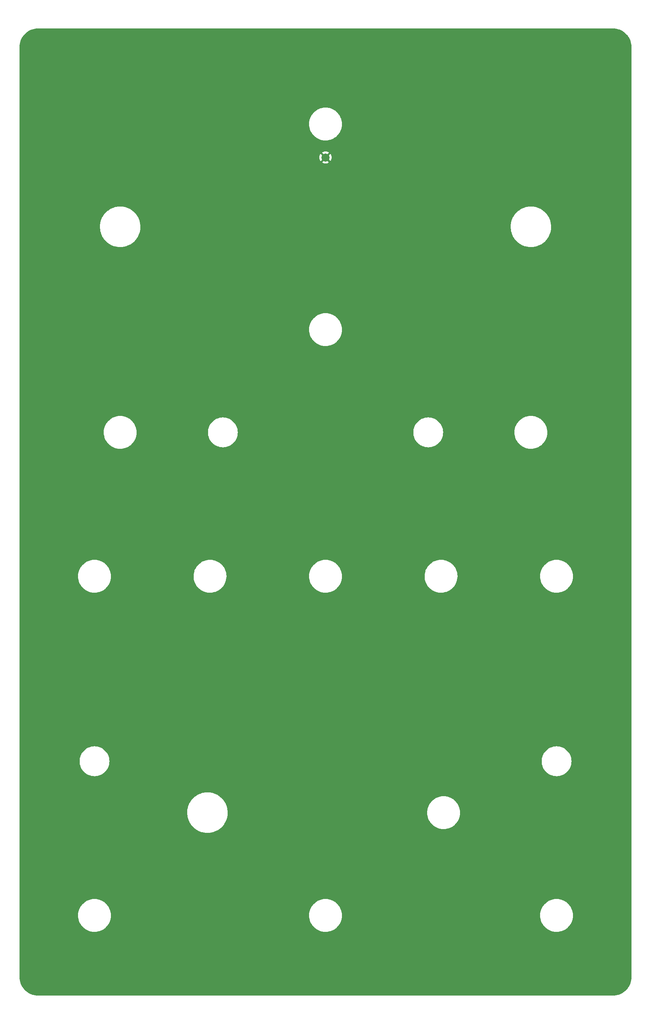
<source format=gtl>
G04 #@! TF.GenerationSoftware,KiCad,Pcbnew,6.0.5+dfsg-1~bpo11+1*
G04 #@! TF.CreationDate,2023-01-16T15:28:36+00:00*
G04 #@! TF.ProjectId,VCF_VCA_BBD_pcb_panel,5643465f-5643-4415-9f42-42445f706362,1.0*
G04 #@! TF.SameCoordinates,Original*
G04 #@! TF.FileFunction,Copper,L1,Top*
G04 #@! TF.FilePolarity,Positive*
%FSLAX46Y46*%
G04 Gerber Fmt 4.6, Leading zero omitted, Abs format (unit mm)*
G04 Created by KiCad (PCBNEW 6.0.5+dfsg-1~bpo11+1) date 2023-01-16 15:28:36*
%MOMM*%
%LPD*%
G01*
G04 APERTURE LIST*
G04 #@! TA.AperFunction,ComponentPad*
%ADD10C,2.000000*%
G04 #@! TD*
G04 APERTURE END LIST*
D10*
X212725000Y-52705000D03*
G04 #@! TA.AperFunction,Conductor*
G36*
X283815018Y-20830000D02*
G01*
X283829851Y-20832310D01*
X283829855Y-20832310D01*
X283838724Y-20833691D01*
X283859183Y-20831016D01*
X283881008Y-20830072D01*
X284237937Y-20845656D01*
X284248886Y-20846614D01*
X284633379Y-20897233D01*
X284644205Y-20899142D01*
X285022822Y-20983080D01*
X285033439Y-20985925D01*
X285203702Y-21039608D01*
X285403302Y-21102542D01*
X285413615Y-21106295D01*
X285771932Y-21254715D01*
X285781876Y-21259353D01*
X286125867Y-21438423D01*
X286135387Y-21443919D01*
X286462468Y-21652292D01*
X286471472Y-21658597D01*
X286779138Y-21894678D01*
X286787558Y-21901743D01*
X287073483Y-22163744D01*
X287081256Y-22171517D01*
X287343257Y-22457442D01*
X287350322Y-22465862D01*
X287586403Y-22773528D01*
X287592708Y-22782532D01*
X287801081Y-23109613D01*
X287806577Y-23119133D01*
X287985643Y-23463115D01*
X287990289Y-23473077D01*
X288138702Y-23831377D01*
X288142461Y-23841706D01*
X288259075Y-24211561D01*
X288261920Y-24222178D01*
X288345858Y-24600795D01*
X288347767Y-24611621D01*
X288398386Y-24996114D01*
X288399344Y-25007064D01*
X288414603Y-25356552D01*
X288413223Y-25381429D01*
X288411309Y-25393724D01*
X288412473Y-25402626D01*
X288412473Y-25402629D01*
X288415438Y-25425300D01*
X288416502Y-25441637D01*
X288416502Y-255220635D01*
X288415002Y-255240020D01*
X288412692Y-255254853D01*
X288412692Y-255254857D01*
X288411311Y-255263726D01*
X288413986Y-255284185D01*
X288414930Y-255306014D01*
X288399346Y-255662938D01*
X288398388Y-255673886D01*
X288347769Y-256058379D01*
X288347768Y-256058383D01*
X288345860Y-256069200D01*
X288329076Y-256144911D01*
X288261923Y-256447821D01*
X288259078Y-256458438D01*
X288142463Y-256828294D01*
X288142462Y-256828296D01*
X288138706Y-256838618D01*
X287990292Y-257196923D01*
X287990291Y-257196925D01*
X287985645Y-257206887D01*
X287806579Y-257550869D01*
X287801083Y-257560389D01*
X287592714Y-257887461D01*
X287586410Y-257896465D01*
X287350319Y-258204146D01*
X287343253Y-258212566D01*
X287081257Y-258498484D01*
X287073488Y-258506253D01*
X286787566Y-258768253D01*
X286779146Y-258775319D01*
X286471465Y-259011410D01*
X286462461Y-259017714D01*
X286135389Y-259226083D01*
X286125870Y-259231578D01*
X285781878Y-259410649D01*
X285771934Y-259415287D01*
X285413618Y-259563706D01*
X285403303Y-259567459D01*
X285033439Y-259684078D01*
X285022822Y-259686923D01*
X284644200Y-259770860D01*
X284633391Y-259772767D01*
X284248903Y-259823386D01*
X284248888Y-259823388D01*
X284237939Y-259824346D01*
X283888448Y-259839605D01*
X283863573Y-259838225D01*
X283851278Y-259836311D01*
X283842376Y-259837475D01*
X283842373Y-259837475D01*
X283819733Y-259840436D01*
X283803396Y-259841500D01*
X141654367Y-259841500D01*
X141634982Y-259840000D01*
X141620149Y-259837690D01*
X141620145Y-259837690D01*
X141611276Y-259836309D01*
X141590817Y-259838984D01*
X141568992Y-259839928D01*
X141212063Y-259824344D01*
X141201114Y-259823386D01*
X140816621Y-259772767D01*
X140805795Y-259770858D01*
X140427178Y-259686920D01*
X140416561Y-259684075D01*
X140246298Y-259630392D01*
X140046698Y-259567458D01*
X140036380Y-259563703D01*
X139678068Y-259415285D01*
X139668124Y-259410647D01*
X139324132Y-259231576D01*
X139314613Y-259226081D01*
X138987532Y-259017708D01*
X138978528Y-259011403D01*
X138670862Y-258775322D01*
X138662442Y-258768257D01*
X138376517Y-258506256D01*
X138368744Y-258498483D01*
X138106743Y-258212558D01*
X138099678Y-258204138D01*
X137863597Y-257896472D01*
X137857292Y-257887468D01*
X137648919Y-257560387D01*
X137643423Y-257550867D01*
X137570236Y-257410276D01*
X137464353Y-257206876D01*
X137459711Y-257196923D01*
X137311298Y-256838623D01*
X137307539Y-256828294D01*
X137190925Y-256458439D01*
X137188080Y-256447822D01*
X137104142Y-256069205D01*
X137102233Y-256058379D01*
X137051614Y-255673886D01*
X137050656Y-255662936D01*
X137035561Y-255317208D01*
X137037188Y-255290805D01*
X137037769Y-255287352D01*
X137037770Y-255287345D01*
X137038576Y-255282552D01*
X137038729Y-255270000D01*
X137034773Y-255242376D01*
X137033500Y-255224514D01*
X137033500Y-239973266D01*
X151512001Y-239973266D01*
X151512109Y-239976356D01*
X151512499Y-239987534D01*
X151524347Y-240326798D01*
X151525856Y-240370016D01*
X151578361Y-240763521D01*
X151669014Y-241150023D01*
X151796951Y-241525835D01*
X151960950Y-241887369D01*
X152159446Y-242231174D01*
X152161235Y-242233672D01*
X152161237Y-242233676D01*
X152261353Y-242373516D01*
X152390544Y-242553969D01*
X152652038Y-242852671D01*
X152654286Y-242854782D01*
X152939178Y-243122314D01*
X152939185Y-243122320D01*
X152941433Y-243124431D01*
X152943883Y-243126318D01*
X152943888Y-243126322D01*
X153253522Y-243364773D01*
X153255965Y-243366654D01*
X153258564Y-243368278D01*
X153258574Y-243368285D01*
X153439998Y-243481650D01*
X153592634Y-243577027D01*
X153948224Y-243753544D01*
X154319342Y-243894518D01*
X154702446Y-243998605D01*
X154705489Y-243999120D01*
X154705495Y-243999121D01*
X155090837Y-244064297D01*
X155090844Y-244064298D01*
X155093878Y-244064811D01*
X155096949Y-244065026D01*
X155096951Y-244065026D01*
X155486837Y-244092290D01*
X155486845Y-244092290D01*
X155489903Y-244092504D01*
X155746170Y-244085346D01*
X155883666Y-244081505D01*
X155883669Y-244081505D01*
X155886740Y-244081419D01*
X155889793Y-244081033D01*
X155889797Y-244081033D01*
X156078315Y-244057218D01*
X156280601Y-244031663D01*
X156283605Y-244030981D01*
X156283608Y-244030980D01*
X156664731Y-243944391D01*
X156664737Y-243944389D01*
X156667727Y-243943710D01*
X156815604Y-243894518D01*
X157041499Y-243819373D01*
X157041505Y-243819371D01*
X157044423Y-243818400D01*
X157187633Y-243754639D01*
X157404294Y-243658176D01*
X157404300Y-243658173D01*
X157407094Y-243656929D01*
X157547747Y-243577027D01*
X157749603Y-243462357D01*
X157749611Y-243462352D01*
X157752276Y-243460838D01*
X158076676Y-243231999D01*
X158377197Y-242972596D01*
X158379318Y-242970369D01*
X158379324Y-242970363D01*
X158648853Y-242687329D01*
X158650970Y-242685106D01*
X158684237Y-242642527D01*
X158893472Y-242374717D01*
X158893474Y-242374714D01*
X158895382Y-242372272D01*
X158897038Y-242369662D01*
X158897044Y-242369654D01*
X159106447Y-242039688D01*
X159106451Y-242039681D01*
X159108101Y-242037081D01*
X159134390Y-241985039D01*
X159193043Y-241868925D01*
X159287096Y-241682732D01*
X159288203Y-241679878D01*
X159288207Y-241679869D01*
X159429543Y-241315483D01*
X159429546Y-241315474D01*
X159430658Y-241312607D01*
X159537417Y-240930239D01*
X159606354Y-240539278D01*
X159636811Y-240143457D01*
X159638395Y-240030000D01*
X159635772Y-239976356D01*
X159635621Y-239973266D01*
X208662001Y-239973266D01*
X208662109Y-239976356D01*
X208662499Y-239987534D01*
X208674347Y-240326798D01*
X208675856Y-240370016D01*
X208728361Y-240763521D01*
X208819014Y-241150023D01*
X208946951Y-241525835D01*
X209110950Y-241887369D01*
X209309446Y-242231174D01*
X209311235Y-242233672D01*
X209311237Y-242233676D01*
X209411353Y-242373516D01*
X209540544Y-242553969D01*
X209802038Y-242852671D01*
X209804286Y-242854782D01*
X210089178Y-243122314D01*
X210089185Y-243122320D01*
X210091433Y-243124431D01*
X210093883Y-243126318D01*
X210093888Y-243126322D01*
X210403522Y-243364773D01*
X210405965Y-243366654D01*
X210408564Y-243368278D01*
X210408574Y-243368285D01*
X210589998Y-243481650D01*
X210742634Y-243577027D01*
X211098224Y-243753544D01*
X211469342Y-243894518D01*
X211852446Y-243998605D01*
X211855489Y-243999120D01*
X211855495Y-243999121D01*
X212240837Y-244064297D01*
X212240844Y-244064298D01*
X212243878Y-244064811D01*
X212246949Y-244065026D01*
X212246951Y-244065026D01*
X212636837Y-244092290D01*
X212636845Y-244092290D01*
X212639903Y-244092504D01*
X212896170Y-244085346D01*
X213033666Y-244081505D01*
X213033669Y-244081505D01*
X213036740Y-244081419D01*
X213039793Y-244081033D01*
X213039797Y-244081033D01*
X213228315Y-244057218D01*
X213430601Y-244031663D01*
X213433605Y-244030981D01*
X213433608Y-244030980D01*
X213814731Y-243944391D01*
X213814737Y-243944389D01*
X213817727Y-243943710D01*
X213965604Y-243894518D01*
X214191499Y-243819373D01*
X214191505Y-243819371D01*
X214194423Y-243818400D01*
X214337633Y-243754639D01*
X214554294Y-243658176D01*
X214554300Y-243658173D01*
X214557094Y-243656929D01*
X214697747Y-243577027D01*
X214899603Y-243462357D01*
X214899611Y-243462352D01*
X214902276Y-243460838D01*
X215226676Y-243231999D01*
X215527197Y-242972596D01*
X215529318Y-242970369D01*
X215529324Y-242970363D01*
X215798853Y-242687329D01*
X215800970Y-242685106D01*
X215834237Y-242642527D01*
X216043472Y-242374717D01*
X216043474Y-242374714D01*
X216045382Y-242372272D01*
X216047038Y-242369662D01*
X216047044Y-242369654D01*
X216256447Y-242039688D01*
X216256451Y-242039681D01*
X216258101Y-242037081D01*
X216284390Y-241985039D01*
X216343043Y-241868925D01*
X216437096Y-241682732D01*
X216438203Y-241679878D01*
X216438207Y-241679869D01*
X216579543Y-241315483D01*
X216579546Y-241315474D01*
X216580658Y-241312607D01*
X216687417Y-240930239D01*
X216756354Y-240539278D01*
X216786811Y-240143457D01*
X216788395Y-240030000D01*
X216785772Y-239976356D01*
X216785621Y-239973266D01*
X265812001Y-239973266D01*
X265812109Y-239976356D01*
X265812499Y-239987534D01*
X265824347Y-240326798D01*
X265825856Y-240370016D01*
X265878361Y-240763521D01*
X265969014Y-241150023D01*
X266096951Y-241525835D01*
X266260950Y-241887369D01*
X266459446Y-242231174D01*
X266461235Y-242233672D01*
X266461237Y-242233676D01*
X266561353Y-242373516D01*
X266690544Y-242553969D01*
X266952038Y-242852671D01*
X266954286Y-242854782D01*
X267239178Y-243122314D01*
X267239185Y-243122320D01*
X267241433Y-243124431D01*
X267243883Y-243126318D01*
X267243888Y-243126322D01*
X267553522Y-243364773D01*
X267555965Y-243366654D01*
X267558564Y-243368278D01*
X267558574Y-243368285D01*
X267739998Y-243481650D01*
X267892634Y-243577027D01*
X268248224Y-243753544D01*
X268619342Y-243894518D01*
X269002446Y-243998605D01*
X269005489Y-243999120D01*
X269005495Y-243999121D01*
X269390837Y-244064297D01*
X269390844Y-244064298D01*
X269393878Y-244064811D01*
X269396949Y-244065026D01*
X269396951Y-244065026D01*
X269786837Y-244092290D01*
X269786845Y-244092290D01*
X269789903Y-244092504D01*
X270046170Y-244085346D01*
X270183666Y-244081505D01*
X270183669Y-244081505D01*
X270186740Y-244081419D01*
X270189793Y-244081033D01*
X270189797Y-244081033D01*
X270378315Y-244057218D01*
X270580601Y-244031663D01*
X270583605Y-244030981D01*
X270583608Y-244030980D01*
X270964731Y-243944391D01*
X270964737Y-243944389D01*
X270967727Y-243943710D01*
X271115604Y-243894518D01*
X271341499Y-243819373D01*
X271341505Y-243819371D01*
X271344423Y-243818400D01*
X271487633Y-243754639D01*
X271704294Y-243658176D01*
X271704300Y-243658173D01*
X271707094Y-243656929D01*
X271847747Y-243577027D01*
X272049603Y-243462357D01*
X272049611Y-243462352D01*
X272052276Y-243460838D01*
X272376676Y-243231999D01*
X272677197Y-242972596D01*
X272679318Y-242970369D01*
X272679324Y-242970363D01*
X272948853Y-242687329D01*
X272950970Y-242685106D01*
X272984237Y-242642527D01*
X273193472Y-242374717D01*
X273193474Y-242374714D01*
X273195382Y-242372272D01*
X273197038Y-242369662D01*
X273197044Y-242369654D01*
X273406447Y-242039688D01*
X273406451Y-242039681D01*
X273408101Y-242037081D01*
X273434390Y-241985039D01*
X273493043Y-241868925D01*
X273587096Y-241682732D01*
X273588203Y-241679878D01*
X273588207Y-241679869D01*
X273729543Y-241315483D01*
X273729546Y-241315474D01*
X273730658Y-241312607D01*
X273837417Y-240930239D01*
X273906354Y-240539278D01*
X273936811Y-240143457D01*
X273938395Y-240030000D01*
X273935772Y-239976356D01*
X273919152Y-239636552D01*
X273919002Y-239633482D01*
X273910220Y-239574012D01*
X273861458Y-239243795D01*
X273861457Y-239243791D01*
X273861008Y-239240749D01*
X273764967Y-238855550D01*
X273746728Y-238804327D01*
X273632828Y-238484460D01*
X273631796Y-238481561D01*
X273462765Y-238122352D01*
X273433015Y-238072445D01*
X273261068Y-237784003D01*
X273259488Y-237781352D01*
X273023906Y-237461815D01*
X272758266Y-237166793D01*
X272465105Y-236899100D01*
X272147222Y-236661293D01*
X272098370Y-236631707D01*
X271810277Y-236457231D01*
X271810268Y-236457226D01*
X271807649Y-236455640D01*
X271449629Y-236284106D01*
X271390229Y-236262486D01*
X271079475Y-236149381D01*
X271079474Y-236149381D01*
X271076579Y-236148327D01*
X270869688Y-236095206D01*
X270695043Y-236050365D01*
X270695040Y-236050364D01*
X270692059Y-236049599D01*
X270299740Y-235988865D01*
X270296683Y-235988694D01*
X270296682Y-235988694D01*
X270267924Y-235987086D01*
X269903368Y-235966704D01*
X269900290Y-235966833D01*
X269900286Y-235966833D01*
X269641983Y-235977659D01*
X269506724Y-235983328D01*
X269503680Y-235983756D01*
X269503678Y-235983756D01*
X269463989Y-235989334D01*
X269113596Y-236038579D01*
X268727735Y-236131928D01*
X268352825Y-236262486D01*
X268306035Y-236284106D01*
X267995242Y-236427712D01*
X267995232Y-236427717D01*
X267992445Y-236429005D01*
X267650034Y-236629896D01*
X267609018Y-236659696D01*
X267331342Y-236861439D01*
X267331336Y-236861444D01*
X267328861Y-236863242D01*
X267326575Y-236865271D01*
X267326572Y-236865274D01*
X267286134Y-236901177D01*
X267031991Y-237126815D01*
X267029901Y-237129072D01*
X267029899Y-237129074D01*
X266764354Y-237415837D01*
X266764349Y-237415843D01*
X266762259Y-237418100D01*
X266760399Y-237420550D01*
X266760396Y-237420554D01*
X266727202Y-237464286D01*
X266522238Y-237734316D01*
X266520627Y-237736934D01*
X266520624Y-237736939D01*
X266315834Y-238069821D01*
X266314220Y-238072445D01*
X266140190Y-238429258D01*
X266139119Y-238432139D01*
X266139116Y-238432145D01*
X266053146Y-238663313D01*
X266001810Y-238801352D01*
X265900400Y-239185173D01*
X265836928Y-239577058D01*
X265836734Y-239580138D01*
X265836734Y-239580140D01*
X265829762Y-239690967D01*
X265812001Y-239973266D01*
X216785621Y-239973266D01*
X216769152Y-239636552D01*
X216769002Y-239633482D01*
X216760220Y-239574012D01*
X216711458Y-239243795D01*
X216711457Y-239243791D01*
X216711008Y-239240749D01*
X216614967Y-238855550D01*
X216596728Y-238804327D01*
X216482828Y-238484460D01*
X216481796Y-238481561D01*
X216312765Y-238122352D01*
X216283015Y-238072445D01*
X216111068Y-237784003D01*
X216109488Y-237781352D01*
X215873906Y-237461815D01*
X215608266Y-237166793D01*
X215315105Y-236899100D01*
X214997222Y-236661293D01*
X214948370Y-236631707D01*
X214660277Y-236457231D01*
X214660268Y-236457226D01*
X214657649Y-236455640D01*
X214299629Y-236284106D01*
X214240229Y-236262486D01*
X213929475Y-236149381D01*
X213929474Y-236149381D01*
X213926579Y-236148327D01*
X213719688Y-236095206D01*
X213545043Y-236050365D01*
X213545040Y-236050364D01*
X213542059Y-236049599D01*
X213149740Y-235988865D01*
X213146683Y-235988694D01*
X213146682Y-235988694D01*
X213117924Y-235987086D01*
X212753368Y-235966704D01*
X212750290Y-235966833D01*
X212750286Y-235966833D01*
X212491983Y-235977659D01*
X212356724Y-235983328D01*
X212353680Y-235983756D01*
X212353678Y-235983756D01*
X212313989Y-235989334D01*
X211963596Y-236038579D01*
X211577735Y-236131928D01*
X211202825Y-236262486D01*
X211156035Y-236284106D01*
X210845242Y-236427712D01*
X210845232Y-236427717D01*
X210842445Y-236429005D01*
X210500034Y-236629896D01*
X210459018Y-236659696D01*
X210181342Y-236861439D01*
X210181336Y-236861444D01*
X210178861Y-236863242D01*
X210176575Y-236865271D01*
X210176572Y-236865274D01*
X210136134Y-236901177D01*
X209881991Y-237126815D01*
X209879901Y-237129072D01*
X209879899Y-237129074D01*
X209614354Y-237415837D01*
X209614349Y-237415843D01*
X209612259Y-237418100D01*
X209610399Y-237420550D01*
X209610396Y-237420554D01*
X209577202Y-237464286D01*
X209372238Y-237734316D01*
X209370627Y-237736934D01*
X209370624Y-237736939D01*
X209165834Y-238069821D01*
X209164220Y-238072445D01*
X208990190Y-238429258D01*
X208989119Y-238432139D01*
X208989116Y-238432145D01*
X208903146Y-238663313D01*
X208851810Y-238801352D01*
X208750400Y-239185173D01*
X208686928Y-239577058D01*
X208686734Y-239580138D01*
X208686734Y-239580140D01*
X208679762Y-239690967D01*
X208662001Y-239973266D01*
X159635621Y-239973266D01*
X159619152Y-239636552D01*
X159619002Y-239633482D01*
X159610220Y-239574012D01*
X159561458Y-239243795D01*
X159561457Y-239243791D01*
X159561008Y-239240749D01*
X159464967Y-238855550D01*
X159446728Y-238804327D01*
X159332828Y-238484460D01*
X159331796Y-238481561D01*
X159162765Y-238122352D01*
X159133015Y-238072445D01*
X158961068Y-237784003D01*
X158959488Y-237781352D01*
X158723906Y-237461815D01*
X158458266Y-237166793D01*
X158165105Y-236899100D01*
X157847222Y-236661293D01*
X157798370Y-236631707D01*
X157510277Y-236457231D01*
X157510268Y-236457226D01*
X157507649Y-236455640D01*
X157149629Y-236284106D01*
X157090229Y-236262486D01*
X156779475Y-236149381D01*
X156779474Y-236149381D01*
X156776579Y-236148327D01*
X156569688Y-236095206D01*
X156395043Y-236050365D01*
X156395040Y-236050364D01*
X156392059Y-236049599D01*
X155999740Y-235988865D01*
X155996683Y-235988694D01*
X155996682Y-235988694D01*
X155967924Y-235987086D01*
X155603368Y-235966704D01*
X155600290Y-235966833D01*
X155600286Y-235966833D01*
X155341983Y-235977659D01*
X155206724Y-235983328D01*
X155203680Y-235983756D01*
X155203678Y-235983756D01*
X155163989Y-235989334D01*
X154813596Y-236038579D01*
X154427735Y-236131928D01*
X154052825Y-236262486D01*
X154006035Y-236284106D01*
X153695242Y-236427712D01*
X153695232Y-236427717D01*
X153692445Y-236429005D01*
X153350034Y-236629896D01*
X153309018Y-236659696D01*
X153031342Y-236861439D01*
X153031336Y-236861444D01*
X153028861Y-236863242D01*
X153026575Y-236865271D01*
X153026572Y-236865274D01*
X152986134Y-236901177D01*
X152731991Y-237126815D01*
X152729901Y-237129072D01*
X152729899Y-237129074D01*
X152464354Y-237415837D01*
X152464349Y-237415843D01*
X152462259Y-237418100D01*
X152460399Y-237420550D01*
X152460396Y-237420554D01*
X152427202Y-237464286D01*
X152222238Y-237734316D01*
X152220627Y-237736934D01*
X152220624Y-237736939D01*
X152015834Y-238069821D01*
X152014220Y-238072445D01*
X151840190Y-238429258D01*
X151839119Y-238432139D01*
X151839116Y-238432145D01*
X151753146Y-238663313D01*
X151701810Y-238801352D01*
X151600400Y-239185173D01*
X151536928Y-239577058D01*
X151536734Y-239580138D01*
X151536734Y-239580140D01*
X151529762Y-239690967D01*
X151512001Y-239973266D01*
X137033500Y-239973266D01*
X137033500Y-214498761D01*
X178503170Y-214498761D01*
X178504554Y-214574270D01*
X178511345Y-214944803D01*
X178511644Y-214947578D01*
X178556785Y-215366511D01*
X178559138Y-215388353D01*
X178559683Y-215391094D01*
X178559684Y-215391099D01*
X178630483Y-215747025D01*
X178646172Y-215825899D01*
X178646959Y-215828580D01*
X178646960Y-215828586D01*
X178671609Y-215912607D01*
X178771756Y-216253976D01*
X178772776Y-216256572D01*
X178772777Y-216256575D01*
X178922279Y-216637081D01*
X178934896Y-216669194D01*
X178996373Y-216792228D01*
X179086336Y-216972272D01*
X179134301Y-217068266D01*
X179368392Y-217448032D01*
X179635315Y-217805485D01*
X179637176Y-217807563D01*
X179637177Y-217807564D01*
X179911884Y-218114268D01*
X179932957Y-218137796D01*
X179934994Y-218139699D01*
X179935001Y-218139706D01*
X180156633Y-218346742D01*
X180258961Y-218442332D01*
X180261157Y-218444045D01*
X180261161Y-218444048D01*
X180487577Y-218620625D01*
X180610746Y-218716682D01*
X180771588Y-218820536D01*
X180983183Y-218957162D01*
X180983191Y-218957167D01*
X180985527Y-218958675D01*
X181380335Y-219166394D01*
X181382928Y-219167476D01*
X181789462Y-219337116D01*
X181789467Y-219337118D01*
X181792046Y-219338194D01*
X181794711Y-219339037D01*
X181794717Y-219339039D01*
X182026317Y-219412284D01*
X182217398Y-219472715D01*
X182220128Y-219473318D01*
X182220129Y-219473318D01*
X182612664Y-219559982D01*
X182653025Y-219568893D01*
X182655799Y-219569251D01*
X182655800Y-219569251D01*
X183092707Y-219625608D01*
X183092714Y-219625609D01*
X183095477Y-219625965D01*
X183098264Y-219626075D01*
X183098270Y-219626075D01*
X183356519Y-219636221D01*
X183541251Y-219643479D01*
X183544043Y-219643340D01*
X183544048Y-219643340D01*
X183984013Y-219621438D01*
X183984022Y-219621437D01*
X183986817Y-219621298D01*
X183989594Y-219620910D01*
X183989596Y-219620910D01*
X184067542Y-219610025D01*
X184428647Y-219559596D01*
X184431357Y-219558968D01*
X184431367Y-219558966D01*
X184860515Y-219459494D01*
X184863242Y-219458862D01*
X185085990Y-219385842D01*
X185284510Y-219320764D01*
X185284516Y-219320762D01*
X185287163Y-219319894D01*
X185697052Y-219143791D01*
X186089664Y-218931950D01*
X186461890Y-218686046D01*
X186810782Y-218408026D01*
X187133580Y-218100093D01*
X187367125Y-217833785D01*
X187425874Y-217766795D01*
X187425877Y-217766791D01*
X187427725Y-217764684D01*
X187455751Y-217726322D01*
X187635159Y-217480743D01*
X187690891Y-217404455D01*
X187692337Y-217402054D01*
X187919541Y-217024669D01*
X187919546Y-217024660D01*
X187920992Y-217022258D01*
X188108440Y-216637081D01*
X188114974Y-216623654D01*
X188114975Y-216623651D01*
X188116207Y-216621120D01*
X188246177Y-216279869D01*
X188273994Y-216206832D01*
X188273996Y-216206825D01*
X188274990Y-216204216D01*
X188396085Y-215774848D01*
X188408269Y-215710058D01*
X188478015Y-215339162D01*
X188478017Y-215339150D01*
X188478531Y-215336415D01*
X188506042Y-215053295D01*
X188521462Y-214894606D01*
X188521463Y-214894594D01*
X188521677Y-214892389D01*
X188528548Y-214630000D01*
X188526021Y-214573266D01*
X237872001Y-214573266D01*
X237872109Y-214576356D01*
X237872499Y-214587534D01*
X237885646Y-214964000D01*
X237885856Y-214970016D01*
X237938361Y-215363521D01*
X237939061Y-215366505D01*
X237939062Y-215366511D01*
X237943725Y-215386390D01*
X238029014Y-215750023D01*
X238156951Y-216125835D01*
X238320950Y-216487369D01*
X238519446Y-216831174D01*
X238521235Y-216833672D01*
X238521237Y-216833676D01*
X238657975Y-217024669D01*
X238750544Y-217153969D01*
X238752571Y-217156284D01*
X238752573Y-217156287D01*
X238828071Y-217242527D01*
X239012038Y-217452671D01*
X239014286Y-217454782D01*
X239299178Y-217722314D01*
X239299185Y-217722320D01*
X239301433Y-217724431D01*
X239303883Y-217726318D01*
X239303888Y-217726322D01*
X239539304Y-217907617D01*
X239615965Y-217966654D01*
X239618564Y-217968278D01*
X239618574Y-217968285D01*
X239799998Y-218081650D01*
X239952634Y-218177027D01*
X240308224Y-218353544D01*
X240679342Y-218494518D01*
X241062446Y-218598605D01*
X241065489Y-218599120D01*
X241065495Y-218599121D01*
X241450837Y-218664297D01*
X241450844Y-218664298D01*
X241453878Y-218664811D01*
X241456949Y-218665026D01*
X241456951Y-218665026D01*
X241846837Y-218692290D01*
X241846845Y-218692290D01*
X241849903Y-218692504D01*
X242106170Y-218685346D01*
X242243666Y-218681505D01*
X242243669Y-218681505D01*
X242246740Y-218681419D01*
X242249793Y-218681033D01*
X242249797Y-218681033D01*
X242438315Y-218657218D01*
X242640601Y-218631663D01*
X242643605Y-218630981D01*
X242643608Y-218630980D01*
X243024731Y-218544391D01*
X243024737Y-218544389D01*
X243027727Y-218543710D01*
X243175604Y-218494518D01*
X243401499Y-218419373D01*
X243401505Y-218419371D01*
X243404423Y-218418400D01*
X243407233Y-218417149D01*
X243764294Y-218258176D01*
X243764300Y-218258173D01*
X243767094Y-218256929D01*
X243907747Y-218177027D01*
X244109603Y-218062357D01*
X244109611Y-218062352D01*
X244112276Y-218060838D01*
X244436676Y-217831999D01*
X244469986Y-217803247D01*
X244734859Y-217574614D01*
X244737197Y-217572596D01*
X244739318Y-217570369D01*
X244739324Y-217570363D01*
X245008853Y-217287329D01*
X245010970Y-217285106D01*
X245044237Y-217242527D01*
X245253472Y-216974717D01*
X245253474Y-216974714D01*
X245255382Y-216972272D01*
X245257038Y-216969662D01*
X245257044Y-216969654D01*
X245466447Y-216639688D01*
X245466451Y-216639681D01*
X245468101Y-216637081D01*
X245474884Y-216623654D01*
X245560326Y-216454506D01*
X245647096Y-216282732D01*
X245648203Y-216279878D01*
X245648207Y-216279869D01*
X245789543Y-215915483D01*
X245789546Y-215915474D01*
X245790658Y-215912607D01*
X245897417Y-215530239D01*
X245966354Y-215139278D01*
X245996811Y-214743457D01*
X245998395Y-214630000D01*
X245995772Y-214576356D01*
X245979152Y-214236552D01*
X245979002Y-214233482D01*
X245972158Y-214187132D01*
X245921458Y-213843795D01*
X245921457Y-213843791D01*
X245921008Y-213840749D01*
X245824967Y-213455550D01*
X245806728Y-213404327D01*
X245726235Y-213178278D01*
X245691796Y-213081561D01*
X245539287Y-212757462D01*
X245524077Y-212725140D01*
X245524076Y-212725139D01*
X245522765Y-212722352D01*
X245493015Y-212672445D01*
X245321068Y-212384003D01*
X245319488Y-212381352D01*
X245083906Y-212061815D01*
X244818266Y-211766793D01*
X244525105Y-211499100D01*
X244207222Y-211261293D01*
X244158370Y-211231707D01*
X243870277Y-211057231D01*
X243870268Y-211057226D01*
X243867649Y-211055640D01*
X243509629Y-210884106D01*
X243450229Y-210862486D01*
X243139475Y-210749381D01*
X243139474Y-210749381D01*
X243136579Y-210748327D01*
X242793994Y-210660366D01*
X242755043Y-210650365D01*
X242755040Y-210650364D01*
X242752059Y-210649599D01*
X242359740Y-210588865D01*
X242356683Y-210588694D01*
X242356682Y-210588694D01*
X242327924Y-210587086D01*
X241963368Y-210566704D01*
X241960290Y-210566833D01*
X241960286Y-210566833D01*
X241701983Y-210577659D01*
X241566724Y-210583328D01*
X241563680Y-210583756D01*
X241563678Y-210583756D01*
X241523989Y-210589334D01*
X241173596Y-210638579D01*
X240787735Y-210731928D01*
X240412825Y-210862486D01*
X240366035Y-210884106D01*
X240055242Y-211027712D01*
X240055232Y-211027717D01*
X240052445Y-211029005D01*
X239710034Y-211229896D01*
X239584782Y-211320897D01*
X239391342Y-211461439D01*
X239391336Y-211461444D01*
X239388861Y-211463242D01*
X239386575Y-211465271D01*
X239386572Y-211465274D01*
X239233563Y-211601122D01*
X239091991Y-211726815D01*
X239089901Y-211729072D01*
X239089899Y-211729074D01*
X238824354Y-212015837D01*
X238824349Y-212015843D01*
X238822259Y-212018100D01*
X238820399Y-212020550D01*
X238820396Y-212020554D01*
X238787202Y-212064286D01*
X238582238Y-212334316D01*
X238580627Y-212336934D01*
X238580624Y-212336939D01*
X238375834Y-212669821D01*
X238374220Y-212672445D01*
X238200190Y-213029258D01*
X238199119Y-213032139D01*
X238199116Y-213032145D01*
X238170550Y-213108958D01*
X238061810Y-213401352D01*
X237960400Y-213785173D01*
X237959909Y-213788206D01*
X237916899Y-214053757D01*
X237896928Y-214177058D01*
X237896734Y-214180138D01*
X237896734Y-214180140D01*
X237876512Y-214501571D01*
X237872001Y-214573266D01*
X188526021Y-214573266D01*
X188508700Y-214184324D01*
X188449312Y-213742177D01*
X188414821Y-213589746D01*
X188351472Y-213309788D01*
X188350855Y-213307060D01*
X188214108Y-212882417D01*
X188160622Y-212756104D01*
X188041245Y-212474186D01*
X188041245Y-212474185D01*
X188040155Y-212471612D01*
X187993475Y-212384003D01*
X187831679Y-212080351D01*
X187830371Y-212077896D01*
X187828850Y-212075567D01*
X187587944Y-211706721D01*
X187587941Y-211706717D01*
X187586420Y-211704388D01*
X187503192Y-211598813D01*
X187311960Y-211356237D01*
X187311958Y-211356235D01*
X187310231Y-211354044D01*
X187003992Y-211029639D01*
X186839786Y-210884106D01*
X186672234Y-210735607D01*
X186672227Y-210735602D01*
X186670128Y-210733741D01*
X186311282Y-210468694D01*
X186110449Y-210346345D01*
X185932684Y-210238049D01*
X185932677Y-210238045D01*
X185930295Y-210236594D01*
X185807964Y-210176267D01*
X185532696Y-210040521D01*
X185530184Y-210039282D01*
X185114118Y-209878318D01*
X184977562Y-209839032D01*
X184688071Y-209755748D01*
X184688065Y-209755746D01*
X184685390Y-209754977D01*
X184682653Y-209754448D01*
X184682647Y-209754446D01*
X184531581Y-209725219D01*
X184247394Y-209670236D01*
X184244617Y-209669951D01*
X184244607Y-209669950D01*
X183969789Y-209641793D01*
X183803600Y-209624765D01*
X183800810Y-209624728D01*
X183800802Y-209624728D01*
X183522276Y-209621083D01*
X183357521Y-209618926D01*
X183354721Y-209619139D01*
X183354720Y-209619139D01*
X182915475Y-209652551D01*
X182912688Y-209652763D01*
X182472625Y-209726010D01*
X182382566Y-209749385D01*
X182043533Y-209837380D01*
X182043522Y-209837383D01*
X182040815Y-209838086D01*
X181772441Y-209933913D01*
X181623320Y-209987159D01*
X181623315Y-209987161D01*
X181620677Y-209988103D01*
X181618137Y-209989274D01*
X181618132Y-209989276D01*
X181509661Y-210039282D01*
X181215538Y-210174875D01*
X180828607Y-210396921D01*
X180826315Y-210398523D01*
X180826307Y-210398528D01*
X180585681Y-210566704D01*
X180462945Y-210652485D01*
X180460804Y-210654285D01*
X180460801Y-210654287D01*
X180133818Y-210929146D01*
X180121450Y-210939542D01*
X180119476Y-210941526D01*
X180119472Y-210941530D01*
X180032454Y-211029005D01*
X179806824Y-211255819D01*
X179805030Y-211257975D01*
X179805030Y-211257976D01*
X179802271Y-211261293D01*
X179521559Y-211598813D01*
X179267914Y-211965808D01*
X179047896Y-212353897D01*
X179046737Y-212356446D01*
X179046735Y-212356450D01*
X178864405Y-212757462D01*
X178864400Y-212757473D01*
X178863248Y-212760008D01*
X178862326Y-212762634D01*
X178862321Y-212762646D01*
X178785152Y-212982394D01*
X178715433Y-213180925D01*
X178714742Y-213183645D01*
X178714741Y-213183649D01*
X178645687Y-213455550D01*
X178605619Y-213613316D01*
X178605176Y-213616066D01*
X178605174Y-213616076D01*
X178535124Y-214050986D01*
X178534678Y-214053757D01*
X178534480Y-214056558D01*
X178534479Y-214056564D01*
X178521953Y-214233482D01*
X178503170Y-214498761D01*
X137033500Y-214498761D01*
X137033500Y-201930000D01*
X151886445Y-201930000D01*
X151906651Y-202315559D01*
X151967049Y-202696894D01*
X152066976Y-203069826D01*
X152205337Y-203430270D01*
X152380618Y-203774277D01*
X152590896Y-204098078D01*
X152833869Y-204398125D01*
X153106875Y-204671131D01*
X153406922Y-204914104D01*
X153730722Y-205124382D01*
X153733656Y-205125877D01*
X153733663Y-205125881D01*
X154071790Y-205298165D01*
X154074730Y-205299663D01*
X154435174Y-205438024D01*
X154808106Y-205537951D01*
X155010643Y-205570030D01*
X155186193Y-205597835D01*
X155186201Y-205597836D01*
X155189441Y-205598349D01*
X155575000Y-205618555D01*
X155960559Y-205598349D01*
X155963799Y-205597836D01*
X155963807Y-205597835D01*
X156139357Y-205570030D01*
X156341894Y-205537951D01*
X156714826Y-205438024D01*
X157075270Y-205299663D01*
X157078210Y-205298165D01*
X157416337Y-205125881D01*
X157416344Y-205125877D01*
X157419278Y-205124382D01*
X157743078Y-204914104D01*
X158043125Y-204671131D01*
X158316131Y-204398125D01*
X158559104Y-204098078D01*
X158769382Y-203774277D01*
X158944663Y-203430270D01*
X159083024Y-203069826D01*
X159182951Y-202696894D01*
X159243349Y-202315559D01*
X159263555Y-201930000D01*
X266186445Y-201930000D01*
X266206651Y-202315559D01*
X266267049Y-202696894D01*
X266366976Y-203069826D01*
X266505337Y-203430270D01*
X266680618Y-203774277D01*
X266890896Y-204098078D01*
X267133869Y-204398125D01*
X267406875Y-204671131D01*
X267706922Y-204914104D01*
X268030722Y-205124382D01*
X268033656Y-205125877D01*
X268033663Y-205125881D01*
X268371790Y-205298165D01*
X268374730Y-205299663D01*
X268735174Y-205438024D01*
X269108106Y-205537951D01*
X269310643Y-205570030D01*
X269486193Y-205597835D01*
X269486201Y-205597836D01*
X269489441Y-205598349D01*
X269875000Y-205618555D01*
X270260559Y-205598349D01*
X270263799Y-205597836D01*
X270263807Y-205597835D01*
X270439357Y-205570030D01*
X270641894Y-205537951D01*
X271014826Y-205438024D01*
X271375270Y-205299663D01*
X271378210Y-205298165D01*
X271716337Y-205125881D01*
X271716344Y-205125877D01*
X271719278Y-205124382D01*
X272043078Y-204914104D01*
X272343125Y-204671131D01*
X272616131Y-204398125D01*
X272859104Y-204098078D01*
X273069382Y-203774277D01*
X273244663Y-203430270D01*
X273383024Y-203069826D01*
X273482951Y-202696894D01*
X273543349Y-202315559D01*
X273563555Y-201930000D01*
X273543349Y-201544441D01*
X273482951Y-201163106D01*
X273383024Y-200790174D01*
X273244663Y-200429730D01*
X273227858Y-200396748D01*
X273070881Y-200088664D01*
X273070877Y-200088657D01*
X273069382Y-200085723D01*
X272859104Y-199761922D01*
X272616131Y-199461875D01*
X272343125Y-199188869D01*
X272043078Y-198945896D01*
X271719278Y-198735618D01*
X271716344Y-198734123D01*
X271716337Y-198734119D01*
X271378210Y-198561835D01*
X271375270Y-198560337D01*
X271014826Y-198421976D01*
X270641894Y-198322049D01*
X270439357Y-198289970D01*
X270263807Y-198262165D01*
X270263799Y-198262164D01*
X270260559Y-198261651D01*
X269875000Y-198241445D01*
X269489441Y-198261651D01*
X269486201Y-198262164D01*
X269486193Y-198262165D01*
X269310643Y-198289970D01*
X269108106Y-198322049D01*
X268735174Y-198421976D01*
X268374730Y-198560337D01*
X268371790Y-198561835D01*
X268033664Y-198734119D01*
X268033657Y-198734123D01*
X268030723Y-198735618D01*
X267706922Y-198945896D01*
X267406875Y-199188869D01*
X267133869Y-199461875D01*
X266890896Y-199761922D01*
X266680618Y-200085723D01*
X266679123Y-200088657D01*
X266679119Y-200088664D01*
X266522142Y-200396748D01*
X266505337Y-200429730D01*
X266366976Y-200790174D01*
X266267049Y-201163106D01*
X266206651Y-201544441D01*
X266187908Y-201902077D01*
X266186445Y-201930000D01*
X159263555Y-201930000D01*
X159243349Y-201544441D01*
X159182951Y-201163106D01*
X159083024Y-200790174D01*
X158944663Y-200429730D01*
X158927858Y-200396748D01*
X158770881Y-200088664D01*
X158770877Y-200088657D01*
X158769382Y-200085723D01*
X158559104Y-199761922D01*
X158316131Y-199461875D01*
X158043125Y-199188869D01*
X157743078Y-198945896D01*
X157419278Y-198735618D01*
X157416344Y-198734123D01*
X157416337Y-198734119D01*
X157078210Y-198561835D01*
X157075270Y-198560337D01*
X156714826Y-198421976D01*
X156341894Y-198322049D01*
X156139357Y-198289970D01*
X155963807Y-198262165D01*
X155963799Y-198262164D01*
X155960559Y-198261651D01*
X155575000Y-198241445D01*
X155189441Y-198261651D01*
X155186201Y-198262164D01*
X155186193Y-198262165D01*
X155010643Y-198289970D01*
X154808106Y-198322049D01*
X154435174Y-198421976D01*
X154074730Y-198560337D01*
X154071790Y-198561835D01*
X153733664Y-198734119D01*
X153733657Y-198734123D01*
X153730723Y-198735618D01*
X153406922Y-198945896D01*
X153106875Y-199188869D01*
X152833869Y-199461875D01*
X152590896Y-199761922D01*
X152380618Y-200085723D01*
X152379123Y-200088657D01*
X152379119Y-200088664D01*
X152222142Y-200396748D01*
X152205337Y-200429730D01*
X152066976Y-200790174D01*
X151967049Y-201163106D01*
X151906651Y-201544441D01*
X151887908Y-201902077D01*
X151886445Y-201930000D01*
X137033500Y-201930000D01*
X137033500Y-156153266D01*
X151512001Y-156153266D01*
X151512109Y-156156356D01*
X151512499Y-156167534D01*
X151524347Y-156506798D01*
X151525856Y-156550016D01*
X151578361Y-156943521D01*
X151669014Y-157330023D01*
X151796951Y-157705835D01*
X151960950Y-158067369D01*
X152159446Y-158411174D01*
X152161235Y-158413672D01*
X152161237Y-158413676D01*
X152261353Y-158553516D01*
X152390544Y-158733969D01*
X152652038Y-159032671D01*
X152654286Y-159034782D01*
X152939178Y-159302314D01*
X152939185Y-159302320D01*
X152941433Y-159304431D01*
X152943883Y-159306318D01*
X152943888Y-159306322D01*
X153253522Y-159544773D01*
X153255965Y-159546654D01*
X153258564Y-159548278D01*
X153258574Y-159548285D01*
X153439998Y-159661650D01*
X153592634Y-159757027D01*
X153948224Y-159933544D01*
X154319342Y-160074518D01*
X154702446Y-160178605D01*
X154705489Y-160179120D01*
X154705495Y-160179121D01*
X155090837Y-160244297D01*
X155090844Y-160244298D01*
X155093878Y-160244811D01*
X155096949Y-160245026D01*
X155096951Y-160245026D01*
X155486837Y-160272290D01*
X155486845Y-160272290D01*
X155489903Y-160272504D01*
X155746170Y-160265346D01*
X155883666Y-160261505D01*
X155883669Y-160261505D01*
X155886740Y-160261419D01*
X155889793Y-160261033D01*
X155889797Y-160261033D01*
X156078315Y-160237218D01*
X156280601Y-160211663D01*
X156283605Y-160210981D01*
X156283608Y-160210980D01*
X156664731Y-160124391D01*
X156664737Y-160124389D01*
X156667727Y-160123710D01*
X156815604Y-160074518D01*
X157041499Y-159999373D01*
X157041505Y-159999371D01*
X157044423Y-159998400D01*
X157187633Y-159934639D01*
X157404294Y-159838176D01*
X157404300Y-159838173D01*
X157407094Y-159836929D01*
X157547747Y-159757027D01*
X157749603Y-159642357D01*
X157749611Y-159642352D01*
X157752276Y-159640838D01*
X158076676Y-159411999D01*
X158377197Y-159152596D01*
X158379318Y-159150369D01*
X158379324Y-159150363D01*
X158648853Y-158867329D01*
X158650970Y-158865106D01*
X158684237Y-158822527D01*
X158893472Y-158554717D01*
X158893474Y-158554714D01*
X158895382Y-158552272D01*
X158897038Y-158549662D01*
X158897044Y-158549654D01*
X159106447Y-158219688D01*
X159106451Y-158219681D01*
X159108101Y-158217081D01*
X159134390Y-158165039D01*
X159193043Y-158048925D01*
X159287096Y-157862732D01*
X159288203Y-157859878D01*
X159288207Y-157859869D01*
X159429543Y-157495483D01*
X159429546Y-157495474D01*
X159430658Y-157492607D01*
X159537417Y-157110239D01*
X159606354Y-156719278D01*
X159636811Y-156323457D01*
X159638395Y-156210000D01*
X159635772Y-156156356D01*
X159635621Y-156153266D01*
X180087001Y-156153266D01*
X180087109Y-156156356D01*
X180087499Y-156167534D01*
X180099347Y-156506798D01*
X180100856Y-156550016D01*
X180153361Y-156943521D01*
X180244014Y-157330023D01*
X180371951Y-157705835D01*
X180535950Y-158067369D01*
X180734446Y-158411174D01*
X180736235Y-158413672D01*
X180736237Y-158413676D01*
X180836353Y-158553516D01*
X180965544Y-158733969D01*
X181227038Y-159032671D01*
X181229286Y-159034782D01*
X181514178Y-159302314D01*
X181514185Y-159302320D01*
X181516433Y-159304431D01*
X181518883Y-159306318D01*
X181518888Y-159306322D01*
X181828522Y-159544773D01*
X181830965Y-159546654D01*
X181833564Y-159548278D01*
X181833574Y-159548285D01*
X182014998Y-159661650D01*
X182167634Y-159757027D01*
X182523224Y-159933544D01*
X182894342Y-160074518D01*
X183277446Y-160178605D01*
X183280489Y-160179120D01*
X183280495Y-160179121D01*
X183665837Y-160244297D01*
X183665844Y-160244298D01*
X183668878Y-160244811D01*
X183671949Y-160245026D01*
X183671951Y-160245026D01*
X184061837Y-160272290D01*
X184061845Y-160272290D01*
X184064903Y-160272504D01*
X184321170Y-160265346D01*
X184458666Y-160261505D01*
X184458669Y-160261505D01*
X184461740Y-160261419D01*
X184464793Y-160261033D01*
X184464797Y-160261033D01*
X184653315Y-160237218D01*
X184855601Y-160211663D01*
X184858605Y-160210981D01*
X184858608Y-160210980D01*
X185239731Y-160124391D01*
X185239737Y-160124389D01*
X185242727Y-160123710D01*
X185390604Y-160074518D01*
X185616499Y-159999373D01*
X185616505Y-159999371D01*
X185619423Y-159998400D01*
X185762633Y-159934639D01*
X185979294Y-159838176D01*
X185979300Y-159838173D01*
X185982094Y-159836929D01*
X186122747Y-159757027D01*
X186324603Y-159642357D01*
X186324611Y-159642352D01*
X186327276Y-159640838D01*
X186651676Y-159411999D01*
X186952197Y-159152596D01*
X186954318Y-159150369D01*
X186954324Y-159150363D01*
X187223853Y-158867329D01*
X187225970Y-158865106D01*
X187259237Y-158822527D01*
X187468472Y-158554717D01*
X187468474Y-158554714D01*
X187470382Y-158552272D01*
X187472038Y-158549662D01*
X187472044Y-158549654D01*
X187681447Y-158219688D01*
X187681451Y-158219681D01*
X187683101Y-158217081D01*
X187709390Y-158165039D01*
X187768043Y-158048925D01*
X187862096Y-157862732D01*
X187863203Y-157859878D01*
X187863207Y-157859869D01*
X188004543Y-157495483D01*
X188004546Y-157495474D01*
X188005658Y-157492607D01*
X188112417Y-157110239D01*
X188181354Y-156719278D01*
X188211811Y-156323457D01*
X188213395Y-156210000D01*
X188210772Y-156156356D01*
X188210621Y-156153266D01*
X208662001Y-156153266D01*
X208662109Y-156156356D01*
X208662499Y-156167534D01*
X208674347Y-156506798D01*
X208675856Y-156550016D01*
X208728361Y-156943521D01*
X208819014Y-157330023D01*
X208946951Y-157705835D01*
X209110950Y-158067369D01*
X209309446Y-158411174D01*
X209311235Y-158413672D01*
X209311237Y-158413676D01*
X209411353Y-158553516D01*
X209540544Y-158733969D01*
X209802038Y-159032671D01*
X209804286Y-159034782D01*
X210089178Y-159302314D01*
X210089185Y-159302320D01*
X210091433Y-159304431D01*
X210093883Y-159306318D01*
X210093888Y-159306322D01*
X210403522Y-159544773D01*
X210405965Y-159546654D01*
X210408564Y-159548278D01*
X210408574Y-159548285D01*
X210589998Y-159661650D01*
X210742634Y-159757027D01*
X211098224Y-159933544D01*
X211469342Y-160074518D01*
X211852446Y-160178605D01*
X211855489Y-160179120D01*
X211855495Y-160179121D01*
X212240837Y-160244297D01*
X212240844Y-160244298D01*
X212243878Y-160244811D01*
X212246949Y-160245026D01*
X212246951Y-160245026D01*
X212636837Y-160272290D01*
X212636845Y-160272290D01*
X212639903Y-160272504D01*
X212896170Y-160265346D01*
X213033666Y-160261505D01*
X213033669Y-160261505D01*
X213036740Y-160261419D01*
X213039793Y-160261033D01*
X213039797Y-160261033D01*
X213228315Y-160237218D01*
X213430601Y-160211663D01*
X213433605Y-160210981D01*
X213433608Y-160210980D01*
X213814731Y-160124391D01*
X213814737Y-160124389D01*
X213817727Y-160123710D01*
X213965604Y-160074518D01*
X214191499Y-159999373D01*
X214191505Y-159999371D01*
X214194423Y-159998400D01*
X214337633Y-159934639D01*
X214554294Y-159838176D01*
X214554300Y-159838173D01*
X214557094Y-159836929D01*
X214697747Y-159757027D01*
X214899603Y-159642357D01*
X214899611Y-159642352D01*
X214902276Y-159640838D01*
X215226676Y-159411999D01*
X215527197Y-159152596D01*
X215529318Y-159150369D01*
X215529324Y-159150363D01*
X215798853Y-158867329D01*
X215800970Y-158865106D01*
X215834237Y-158822527D01*
X216043472Y-158554717D01*
X216043474Y-158554714D01*
X216045382Y-158552272D01*
X216047038Y-158549662D01*
X216047044Y-158549654D01*
X216256447Y-158219688D01*
X216256451Y-158219681D01*
X216258101Y-158217081D01*
X216284390Y-158165039D01*
X216343043Y-158048925D01*
X216437096Y-157862732D01*
X216438203Y-157859878D01*
X216438207Y-157859869D01*
X216579543Y-157495483D01*
X216579546Y-157495474D01*
X216580658Y-157492607D01*
X216687417Y-157110239D01*
X216756354Y-156719278D01*
X216786811Y-156323457D01*
X216788395Y-156210000D01*
X216785772Y-156156356D01*
X216785621Y-156153266D01*
X237237001Y-156153266D01*
X237237109Y-156156356D01*
X237237499Y-156167534D01*
X237249347Y-156506798D01*
X237250856Y-156550016D01*
X237303361Y-156943521D01*
X237394014Y-157330023D01*
X237521951Y-157705835D01*
X237685950Y-158067369D01*
X237884446Y-158411174D01*
X237886235Y-158413672D01*
X237886237Y-158413676D01*
X237986353Y-158553516D01*
X238115544Y-158733969D01*
X238377038Y-159032671D01*
X238379286Y-159034782D01*
X238664178Y-159302314D01*
X238664185Y-159302320D01*
X238666433Y-159304431D01*
X238668883Y-159306318D01*
X238668888Y-159306322D01*
X238978522Y-159544773D01*
X238980965Y-159546654D01*
X238983564Y-159548278D01*
X238983574Y-159548285D01*
X239164998Y-159661650D01*
X239317634Y-159757027D01*
X239673224Y-159933544D01*
X240044342Y-160074518D01*
X240427446Y-160178605D01*
X240430489Y-160179120D01*
X240430495Y-160179121D01*
X240815837Y-160244297D01*
X240815844Y-160244298D01*
X240818878Y-160244811D01*
X240821949Y-160245026D01*
X240821951Y-160245026D01*
X241211837Y-160272290D01*
X241211845Y-160272290D01*
X241214903Y-160272504D01*
X241471170Y-160265346D01*
X241608666Y-160261505D01*
X241608669Y-160261505D01*
X241611740Y-160261419D01*
X241614793Y-160261033D01*
X241614797Y-160261033D01*
X241803315Y-160237218D01*
X242005601Y-160211663D01*
X242008605Y-160210981D01*
X242008608Y-160210980D01*
X242389731Y-160124391D01*
X242389737Y-160124389D01*
X242392727Y-160123710D01*
X242540604Y-160074518D01*
X242766499Y-159999373D01*
X242766505Y-159999371D01*
X242769423Y-159998400D01*
X242912633Y-159934639D01*
X243129294Y-159838176D01*
X243129300Y-159838173D01*
X243132094Y-159836929D01*
X243272747Y-159757027D01*
X243474603Y-159642357D01*
X243474611Y-159642352D01*
X243477276Y-159640838D01*
X243801676Y-159411999D01*
X244102197Y-159152596D01*
X244104318Y-159150369D01*
X244104324Y-159150363D01*
X244373853Y-158867329D01*
X244375970Y-158865106D01*
X244409237Y-158822527D01*
X244618472Y-158554717D01*
X244618474Y-158554714D01*
X244620382Y-158552272D01*
X244622038Y-158549662D01*
X244622044Y-158549654D01*
X244831447Y-158219688D01*
X244831451Y-158219681D01*
X244833101Y-158217081D01*
X244859390Y-158165039D01*
X244918043Y-158048925D01*
X245012096Y-157862732D01*
X245013203Y-157859878D01*
X245013207Y-157859869D01*
X245154543Y-157495483D01*
X245154546Y-157495474D01*
X245155658Y-157492607D01*
X245262417Y-157110239D01*
X245331354Y-156719278D01*
X245361811Y-156323457D01*
X245363395Y-156210000D01*
X245360772Y-156156356D01*
X245360621Y-156153266D01*
X265812001Y-156153266D01*
X265812109Y-156156356D01*
X265812499Y-156167534D01*
X265824347Y-156506798D01*
X265825856Y-156550016D01*
X265878361Y-156943521D01*
X265969014Y-157330023D01*
X266096951Y-157705835D01*
X266260950Y-158067369D01*
X266459446Y-158411174D01*
X266461235Y-158413672D01*
X266461237Y-158413676D01*
X266561353Y-158553516D01*
X266690544Y-158733969D01*
X266952038Y-159032671D01*
X266954286Y-159034782D01*
X267239178Y-159302314D01*
X267239185Y-159302320D01*
X267241433Y-159304431D01*
X267243883Y-159306318D01*
X267243888Y-159306322D01*
X267553522Y-159544773D01*
X267555965Y-159546654D01*
X267558564Y-159548278D01*
X267558574Y-159548285D01*
X267739998Y-159661650D01*
X267892634Y-159757027D01*
X268248224Y-159933544D01*
X268619342Y-160074518D01*
X269002446Y-160178605D01*
X269005489Y-160179120D01*
X269005495Y-160179121D01*
X269390837Y-160244297D01*
X269390844Y-160244298D01*
X269393878Y-160244811D01*
X269396949Y-160245026D01*
X269396951Y-160245026D01*
X269786837Y-160272290D01*
X269786845Y-160272290D01*
X269789903Y-160272504D01*
X270046170Y-160265346D01*
X270183666Y-160261505D01*
X270183669Y-160261505D01*
X270186740Y-160261419D01*
X270189793Y-160261033D01*
X270189797Y-160261033D01*
X270378315Y-160237218D01*
X270580601Y-160211663D01*
X270583605Y-160210981D01*
X270583608Y-160210980D01*
X270964731Y-160124391D01*
X270964737Y-160124389D01*
X270967727Y-160123710D01*
X271115604Y-160074518D01*
X271341499Y-159999373D01*
X271341505Y-159999371D01*
X271344423Y-159998400D01*
X271487633Y-159934639D01*
X271704294Y-159838176D01*
X271704300Y-159838173D01*
X271707094Y-159836929D01*
X271847747Y-159757027D01*
X272049603Y-159642357D01*
X272049611Y-159642352D01*
X272052276Y-159640838D01*
X272376676Y-159411999D01*
X272677197Y-159152596D01*
X272679318Y-159150369D01*
X272679324Y-159150363D01*
X272948853Y-158867329D01*
X272950970Y-158865106D01*
X272984237Y-158822527D01*
X273193472Y-158554717D01*
X273193474Y-158554714D01*
X273195382Y-158552272D01*
X273197038Y-158549662D01*
X273197044Y-158549654D01*
X273406447Y-158219688D01*
X273406451Y-158219681D01*
X273408101Y-158217081D01*
X273434390Y-158165039D01*
X273493043Y-158048925D01*
X273587096Y-157862732D01*
X273588203Y-157859878D01*
X273588207Y-157859869D01*
X273729543Y-157495483D01*
X273729546Y-157495474D01*
X273730658Y-157492607D01*
X273837417Y-157110239D01*
X273906354Y-156719278D01*
X273936811Y-156323457D01*
X273938395Y-156210000D01*
X273935772Y-156156356D01*
X273919152Y-155816552D01*
X273919002Y-155813482D01*
X273910220Y-155754012D01*
X273861458Y-155423795D01*
X273861457Y-155423791D01*
X273861008Y-155420749D01*
X273764967Y-155035550D01*
X273746728Y-154984327D01*
X273632828Y-154664460D01*
X273631796Y-154661561D01*
X273462765Y-154302352D01*
X273433015Y-154252445D01*
X273261068Y-153964003D01*
X273259488Y-153961352D01*
X273023906Y-153641815D01*
X272758266Y-153346793D01*
X272465105Y-153079100D01*
X272147222Y-152841293D01*
X272098370Y-152811707D01*
X271810277Y-152637231D01*
X271810268Y-152637226D01*
X271807649Y-152635640D01*
X271449629Y-152464106D01*
X271390229Y-152442486D01*
X271079475Y-152329381D01*
X271079474Y-152329381D01*
X271076579Y-152328327D01*
X270869688Y-152275206D01*
X270695043Y-152230365D01*
X270695040Y-152230364D01*
X270692059Y-152229599D01*
X270299740Y-152168865D01*
X270296683Y-152168694D01*
X270296682Y-152168694D01*
X270267924Y-152167086D01*
X269903368Y-152146704D01*
X269900290Y-152146833D01*
X269900286Y-152146833D01*
X269641983Y-152157659D01*
X269506724Y-152163328D01*
X269503680Y-152163756D01*
X269503678Y-152163756D01*
X269463989Y-152169334D01*
X269113596Y-152218579D01*
X268727735Y-152311928D01*
X268352825Y-152442486D01*
X268306035Y-152464106D01*
X267995242Y-152607712D01*
X267995232Y-152607717D01*
X267992445Y-152609005D01*
X267650034Y-152809896D01*
X267609018Y-152839696D01*
X267331342Y-153041439D01*
X267331336Y-153041444D01*
X267328861Y-153043242D01*
X267326575Y-153045271D01*
X267326572Y-153045274D01*
X267286134Y-153081177D01*
X267031991Y-153306815D01*
X267029901Y-153309072D01*
X267029899Y-153309074D01*
X266764354Y-153595837D01*
X266764349Y-153595843D01*
X266762259Y-153598100D01*
X266760399Y-153600550D01*
X266760396Y-153600554D01*
X266727202Y-153644286D01*
X266522238Y-153914316D01*
X266520627Y-153916934D01*
X266520624Y-153916939D01*
X266315834Y-154249821D01*
X266314220Y-154252445D01*
X266140190Y-154609258D01*
X266139119Y-154612139D01*
X266139116Y-154612145D01*
X266053146Y-154843313D01*
X266001810Y-154981352D01*
X265900400Y-155365173D01*
X265836928Y-155757058D01*
X265836734Y-155760138D01*
X265836734Y-155760140D01*
X265829762Y-155870967D01*
X265812001Y-156153266D01*
X245360621Y-156153266D01*
X245344152Y-155816552D01*
X245344002Y-155813482D01*
X245335220Y-155754012D01*
X245286458Y-155423795D01*
X245286457Y-155423791D01*
X245286008Y-155420749D01*
X245189967Y-155035550D01*
X245171728Y-154984327D01*
X245057828Y-154664460D01*
X245056796Y-154661561D01*
X244887765Y-154302352D01*
X244858015Y-154252445D01*
X244686068Y-153964003D01*
X244684488Y-153961352D01*
X244448906Y-153641815D01*
X244183266Y-153346793D01*
X243890105Y-153079100D01*
X243572222Y-152841293D01*
X243523370Y-152811707D01*
X243235277Y-152637231D01*
X243235268Y-152637226D01*
X243232649Y-152635640D01*
X242874629Y-152464106D01*
X242815229Y-152442486D01*
X242504475Y-152329381D01*
X242504474Y-152329381D01*
X242501579Y-152328327D01*
X242294688Y-152275206D01*
X242120043Y-152230365D01*
X242120040Y-152230364D01*
X242117059Y-152229599D01*
X241724740Y-152168865D01*
X241721683Y-152168694D01*
X241721682Y-152168694D01*
X241692924Y-152167086D01*
X241328368Y-152146704D01*
X241325290Y-152146833D01*
X241325286Y-152146833D01*
X241066983Y-152157659D01*
X240931724Y-152163328D01*
X240928680Y-152163756D01*
X240928678Y-152163756D01*
X240888989Y-152169334D01*
X240538596Y-152218579D01*
X240152735Y-152311928D01*
X239777825Y-152442486D01*
X239731035Y-152464106D01*
X239420242Y-152607712D01*
X239420232Y-152607717D01*
X239417445Y-152609005D01*
X239075034Y-152809896D01*
X239034018Y-152839696D01*
X238756342Y-153041439D01*
X238756336Y-153041444D01*
X238753861Y-153043242D01*
X238751575Y-153045271D01*
X238751572Y-153045274D01*
X238711134Y-153081177D01*
X238456991Y-153306815D01*
X238454901Y-153309072D01*
X238454899Y-153309074D01*
X238189354Y-153595837D01*
X238189349Y-153595843D01*
X238187259Y-153598100D01*
X238185399Y-153600550D01*
X238185396Y-153600554D01*
X238152202Y-153644286D01*
X237947238Y-153914316D01*
X237945627Y-153916934D01*
X237945624Y-153916939D01*
X237740834Y-154249821D01*
X237739220Y-154252445D01*
X237565190Y-154609258D01*
X237564119Y-154612139D01*
X237564116Y-154612145D01*
X237478146Y-154843313D01*
X237426810Y-154981352D01*
X237325400Y-155365173D01*
X237261928Y-155757058D01*
X237261734Y-155760138D01*
X237261734Y-155760140D01*
X237254762Y-155870967D01*
X237237001Y-156153266D01*
X216785621Y-156153266D01*
X216769152Y-155816552D01*
X216769002Y-155813482D01*
X216760220Y-155754012D01*
X216711458Y-155423795D01*
X216711457Y-155423791D01*
X216711008Y-155420749D01*
X216614967Y-155035550D01*
X216596728Y-154984327D01*
X216482828Y-154664460D01*
X216481796Y-154661561D01*
X216312765Y-154302352D01*
X216283015Y-154252445D01*
X216111068Y-153964003D01*
X216109488Y-153961352D01*
X215873906Y-153641815D01*
X215608266Y-153346793D01*
X215315105Y-153079100D01*
X214997222Y-152841293D01*
X214948370Y-152811707D01*
X214660277Y-152637231D01*
X214660268Y-152637226D01*
X214657649Y-152635640D01*
X214299629Y-152464106D01*
X214240229Y-152442486D01*
X213929475Y-152329381D01*
X213929474Y-152329381D01*
X213926579Y-152328327D01*
X213719688Y-152275206D01*
X213545043Y-152230365D01*
X213545040Y-152230364D01*
X213542059Y-152229599D01*
X213149740Y-152168865D01*
X213146683Y-152168694D01*
X213146682Y-152168694D01*
X213117924Y-152167086D01*
X212753368Y-152146704D01*
X212750290Y-152146833D01*
X212750286Y-152146833D01*
X212491983Y-152157659D01*
X212356724Y-152163328D01*
X212353680Y-152163756D01*
X212353678Y-152163756D01*
X212313989Y-152169334D01*
X211963596Y-152218579D01*
X211577735Y-152311928D01*
X211202825Y-152442486D01*
X211156035Y-152464106D01*
X210845242Y-152607712D01*
X210845232Y-152607717D01*
X210842445Y-152609005D01*
X210500034Y-152809896D01*
X210459018Y-152839696D01*
X210181342Y-153041439D01*
X210181336Y-153041444D01*
X210178861Y-153043242D01*
X210176575Y-153045271D01*
X210176572Y-153045274D01*
X210136134Y-153081177D01*
X209881991Y-153306815D01*
X209879901Y-153309072D01*
X209879899Y-153309074D01*
X209614354Y-153595837D01*
X209614349Y-153595843D01*
X209612259Y-153598100D01*
X209610399Y-153600550D01*
X209610396Y-153600554D01*
X209577202Y-153644286D01*
X209372238Y-153914316D01*
X209370627Y-153916934D01*
X209370624Y-153916939D01*
X209165834Y-154249821D01*
X209164220Y-154252445D01*
X208990190Y-154609258D01*
X208989119Y-154612139D01*
X208989116Y-154612145D01*
X208903146Y-154843313D01*
X208851810Y-154981352D01*
X208750400Y-155365173D01*
X208686928Y-155757058D01*
X208686734Y-155760138D01*
X208686734Y-155760140D01*
X208679762Y-155870967D01*
X208662001Y-156153266D01*
X188210621Y-156153266D01*
X188194152Y-155816552D01*
X188194002Y-155813482D01*
X188185220Y-155754012D01*
X188136458Y-155423795D01*
X188136457Y-155423791D01*
X188136008Y-155420749D01*
X188039967Y-155035550D01*
X188021728Y-154984327D01*
X187907828Y-154664460D01*
X187906796Y-154661561D01*
X187737765Y-154302352D01*
X187708015Y-154252445D01*
X187536068Y-153964003D01*
X187534488Y-153961352D01*
X187298906Y-153641815D01*
X187033266Y-153346793D01*
X186740105Y-153079100D01*
X186422222Y-152841293D01*
X186373370Y-152811707D01*
X186085277Y-152637231D01*
X186085268Y-152637226D01*
X186082649Y-152635640D01*
X185724629Y-152464106D01*
X185665229Y-152442486D01*
X185354475Y-152329381D01*
X185354474Y-152329381D01*
X185351579Y-152328327D01*
X185144688Y-152275206D01*
X184970043Y-152230365D01*
X184970040Y-152230364D01*
X184967059Y-152229599D01*
X184574740Y-152168865D01*
X184571683Y-152168694D01*
X184571682Y-152168694D01*
X184542924Y-152167086D01*
X184178368Y-152146704D01*
X184175290Y-152146833D01*
X184175286Y-152146833D01*
X183916983Y-152157659D01*
X183781724Y-152163328D01*
X183778680Y-152163756D01*
X183778678Y-152163756D01*
X183738989Y-152169334D01*
X183388596Y-152218579D01*
X183002735Y-152311928D01*
X182627825Y-152442486D01*
X182581035Y-152464106D01*
X182270242Y-152607712D01*
X182270232Y-152607717D01*
X182267445Y-152609005D01*
X181925034Y-152809896D01*
X181884018Y-152839696D01*
X181606342Y-153041439D01*
X181606336Y-153041444D01*
X181603861Y-153043242D01*
X181601575Y-153045271D01*
X181601572Y-153045274D01*
X181561134Y-153081177D01*
X181306991Y-153306815D01*
X181304901Y-153309072D01*
X181304899Y-153309074D01*
X181039354Y-153595837D01*
X181039349Y-153595843D01*
X181037259Y-153598100D01*
X181035399Y-153600550D01*
X181035396Y-153600554D01*
X181002202Y-153644286D01*
X180797238Y-153914316D01*
X180795627Y-153916934D01*
X180795624Y-153916939D01*
X180590834Y-154249821D01*
X180589220Y-154252445D01*
X180415190Y-154609258D01*
X180414119Y-154612139D01*
X180414116Y-154612145D01*
X180328146Y-154843313D01*
X180276810Y-154981352D01*
X180175400Y-155365173D01*
X180111928Y-155757058D01*
X180111734Y-155760138D01*
X180111734Y-155760140D01*
X180104762Y-155870967D01*
X180087001Y-156153266D01*
X159635621Y-156153266D01*
X159619152Y-155816552D01*
X159619002Y-155813482D01*
X159610220Y-155754012D01*
X159561458Y-155423795D01*
X159561457Y-155423791D01*
X159561008Y-155420749D01*
X159464967Y-155035550D01*
X159446728Y-154984327D01*
X159332828Y-154664460D01*
X159331796Y-154661561D01*
X159162765Y-154302352D01*
X159133015Y-154252445D01*
X158961068Y-153964003D01*
X158959488Y-153961352D01*
X158723906Y-153641815D01*
X158458266Y-153346793D01*
X158165105Y-153079100D01*
X157847222Y-152841293D01*
X157798370Y-152811707D01*
X157510277Y-152637231D01*
X157510268Y-152637226D01*
X157507649Y-152635640D01*
X157149629Y-152464106D01*
X157090229Y-152442486D01*
X156779475Y-152329381D01*
X156779474Y-152329381D01*
X156776579Y-152328327D01*
X156569688Y-152275206D01*
X156395043Y-152230365D01*
X156395040Y-152230364D01*
X156392059Y-152229599D01*
X155999740Y-152168865D01*
X155996683Y-152168694D01*
X155996682Y-152168694D01*
X155967924Y-152167086D01*
X155603368Y-152146704D01*
X155600290Y-152146833D01*
X155600286Y-152146833D01*
X155341983Y-152157659D01*
X155206724Y-152163328D01*
X155203680Y-152163756D01*
X155203678Y-152163756D01*
X155163989Y-152169334D01*
X154813596Y-152218579D01*
X154427735Y-152311928D01*
X154052825Y-152442486D01*
X154006035Y-152464106D01*
X153695242Y-152607712D01*
X153695232Y-152607717D01*
X153692445Y-152609005D01*
X153350034Y-152809896D01*
X153309018Y-152839696D01*
X153031342Y-153041439D01*
X153031336Y-153041444D01*
X153028861Y-153043242D01*
X153026575Y-153045271D01*
X153026572Y-153045274D01*
X152986134Y-153081177D01*
X152731991Y-153306815D01*
X152729901Y-153309072D01*
X152729899Y-153309074D01*
X152464354Y-153595837D01*
X152464349Y-153595843D01*
X152462259Y-153598100D01*
X152460399Y-153600550D01*
X152460396Y-153600554D01*
X152427202Y-153644286D01*
X152222238Y-153914316D01*
X152220627Y-153916934D01*
X152220624Y-153916939D01*
X152015834Y-154249821D01*
X152014220Y-154252445D01*
X151840190Y-154609258D01*
X151839119Y-154612139D01*
X151839116Y-154612145D01*
X151753146Y-154843313D01*
X151701810Y-154981352D01*
X151600400Y-155365173D01*
X151536928Y-155757058D01*
X151536734Y-155760138D01*
X151536734Y-155760140D01*
X151529762Y-155870967D01*
X151512001Y-156153266D01*
X137033500Y-156153266D01*
X137033500Y-120593266D01*
X157862001Y-120593266D01*
X157862109Y-120596356D01*
X157862499Y-120607534D01*
X157875637Y-120983733D01*
X157875856Y-120990016D01*
X157876262Y-120993060D01*
X157876263Y-120993070D01*
X157886968Y-121073295D01*
X157928361Y-121383521D01*
X157929061Y-121386505D01*
X157929062Y-121386511D01*
X157980018Y-121603764D01*
X158019014Y-121770023D01*
X158146951Y-122145835D01*
X158310950Y-122507369D01*
X158509446Y-122851174D01*
X158511235Y-122853672D01*
X158511237Y-122853676D01*
X158708528Y-123129249D01*
X158740544Y-123173969D01*
X158742571Y-123176284D01*
X158742573Y-123176287D01*
X158907604Y-123364800D01*
X159002038Y-123472671D01*
X159004286Y-123474782D01*
X159289178Y-123742314D01*
X159289185Y-123742320D01*
X159291433Y-123744431D01*
X159293883Y-123746318D01*
X159293888Y-123746322D01*
X159597806Y-123980371D01*
X159605965Y-123986654D01*
X159608564Y-123988278D01*
X159608574Y-123988285D01*
X159789998Y-124101650D01*
X159942634Y-124197027D01*
X160298224Y-124373544D01*
X160669342Y-124514518D01*
X161052446Y-124618605D01*
X161055489Y-124619120D01*
X161055495Y-124619121D01*
X161440837Y-124684297D01*
X161440844Y-124684298D01*
X161443878Y-124684811D01*
X161446949Y-124685026D01*
X161446951Y-124685026D01*
X161836837Y-124712290D01*
X161836845Y-124712290D01*
X161839903Y-124712504D01*
X162096170Y-124705346D01*
X162233666Y-124701505D01*
X162233669Y-124701505D01*
X162236740Y-124701419D01*
X162239793Y-124701033D01*
X162239797Y-124701033D01*
X162428315Y-124677218D01*
X162630601Y-124651663D01*
X162633605Y-124650981D01*
X162633608Y-124650980D01*
X163014731Y-124564391D01*
X163014737Y-124564389D01*
X163017727Y-124563710D01*
X163034567Y-124558108D01*
X163391499Y-124439373D01*
X163391505Y-124439371D01*
X163394423Y-124438400D01*
X163397233Y-124437149D01*
X163754294Y-124278176D01*
X163754300Y-124278173D01*
X163757094Y-124276929D01*
X163789593Y-124258467D01*
X164099603Y-124082357D01*
X164099611Y-124082352D01*
X164102276Y-124080838D01*
X164109030Y-124076074D01*
X164424144Y-123853785D01*
X164426676Y-123851999D01*
X164435501Y-123844382D01*
X164724859Y-123594614D01*
X164727197Y-123592596D01*
X164729318Y-123590369D01*
X164729324Y-123590363D01*
X164998853Y-123307329D01*
X165000970Y-123305106D01*
X165003481Y-123301893D01*
X165243472Y-122994717D01*
X165243474Y-122994714D01*
X165245382Y-122992272D01*
X165247038Y-122989662D01*
X165247044Y-122989654D01*
X165456447Y-122659688D01*
X165456451Y-122659681D01*
X165458101Y-122657081D01*
X165462664Y-122648049D01*
X165560235Y-122454890D01*
X165637096Y-122302732D01*
X165638203Y-122299878D01*
X165638207Y-122299869D01*
X165779543Y-121935483D01*
X165779546Y-121935474D01*
X165780658Y-121932607D01*
X165872473Y-121603764D01*
X165886589Y-121553205D01*
X165886590Y-121553203D01*
X165887417Y-121550239D01*
X165956354Y-121159278D01*
X165986811Y-120763457D01*
X165988395Y-120650000D01*
X183636445Y-120650000D01*
X183656651Y-121035559D01*
X183657164Y-121038799D01*
X183657165Y-121038807D01*
X183675762Y-121156222D01*
X183717049Y-121416894D01*
X183816976Y-121789826D01*
X183955337Y-122150270D01*
X183956835Y-122153210D01*
X184033021Y-122302732D01*
X184130618Y-122494277D01*
X184132414Y-122497043D01*
X184132416Y-122497046D01*
X184236344Y-122657081D01*
X184340896Y-122818078D01*
X184583869Y-123118125D01*
X184856875Y-123391131D01*
X185156922Y-123634104D01*
X185480722Y-123844382D01*
X185483656Y-123845877D01*
X185483663Y-123845881D01*
X185759946Y-123986654D01*
X185824730Y-124019663D01*
X186185174Y-124158024D01*
X186558106Y-124257951D01*
X186760643Y-124290030D01*
X186936193Y-124317835D01*
X186936201Y-124317836D01*
X186939441Y-124318349D01*
X187325000Y-124338555D01*
X187710559Y-124318349D01*
X187713799Y-124317836D01*
X187713807Y-124317835D01*
X187889357Y-124290030D01*
X188091894Y-124257951D01*
X188464826Y-124158024D01*
X188825270Y-124019663D01*
X188890054Y-123986654D01*
X189166337Y-123845881D01*
X189166344Y-123845877D01*
X189169278Y-123844382D01*
X189493078Y-123634104D01*
X189793125Y-123391131D01*
X190066131Y-123118125D01*
X190309104Y-122818078D01*
X190413656Y-122657081D01*
X190517584Y-122497046D01*
X190517586Y-122497043D01*
X190519382Y-122494277D01*
X190616980Y-122302732D01*
X190693165Y-122153210D01*
X190694663Y-122150270D01*
X190833024Y-121789826D01*
X190932951Y-121416894D01*
X190974238Y-121156222D01*
X190992835Y-121038807D01*
X190992836Y-121038799D01*
X190993349Y-121035559D01*
X191013555Y-120650000D01*
X234436445Y-120650000D01*
X234456651Y-121035559D01*
X234457164Y-121038799D01*
X234457165Y-121038807D01*
X234475762Y-121156222D01*
X234517049Y-121416894D01*
X234616976Y-121789826D01*
X234755337Y-122150270D01*
X234756835Y-122153210D01*
X234833021Y-122302732D01*
X234930618Y-122494277D01*
X234932414Y-122497043D01*
X234932416Y-122497046D01*
X235036344Y-122657081D01*
X235140896Y-122818078D01*
X235383869Y-123118125D01*
X235656875Y-123391131D01*
X235956922Y-123634104D01*
X236280722Y-123844382D01*
X236283656Y-123845877D01*
X236283663Y-123845881D01*
X236559946Y-123986654D01*
X236624730Y-124019663D01*
X236985174Y-124158024D01*
X237358106Y-124257951D01*
X237560643Y-124290030D01*
X237736193Y-124317835D01*
X237736201Y-124317836D01*
X237739441Y-124318349D01*
X238125000Y-124338555D01*
X238510559Y-124318349D01*
X238513799Y-124317836D01*
X238513807Y-124317835D01*
X238689357Y-124290030D01*
X238891894Y-124257951D01*
X239264826Y-124158024D01*
X239625270Y-124019663D01*
X239690054Y-123986654D01*
X239966337Y-123845881D01*
X239966344Y-123845877D01*
X239969278Y-123844382D01*
X240293078Y-123634104D01*
X240593125Y-123391131D01*
X240866131Y-123118125D01*
X241109104Y-122818078D01*
X241213656Y-122657081D01*
X241317584Y-122497046D01*
X241317586Y-122497043D01*
X241319382Y-122494277D01*
X241416980Y-122302732D01*
X241493165Y-122153210D01*
X241494663Y-122150270D01*
X241633024Y-121789826D01*
X241732951Y-121416894D01*
X241774238Y-121156222D01*
X241792835Y-121038807D01*
X241792836Y-121038799D01*
X241793349Y-121035559D01*
X241813555Y-120650000D01*
X241810252Y-120586983D01*
X259457412Y-120586983D01*
X259457520Y-120590073D01*
X259457910Y-120601251D01*
X259469831Y-120942607D01*
X259471267Y-120983733D01*
X259471673Y-120986777D01*
X259471674Y-120986787D01*
X259476868Y-121025713D01*
X259523772Y-121377238D01*
X259524472Y-121380222D01*
X259524473Y-121380228D01*
X259532308Y-121413633D01*
X259614425Y-121763740D01*
X259615414Y-121766646D01*
X259615416Y-121766652D01*
X259623305Y-121789826D01*
X259742362Y-122139552D01*
X259906361Y-122501086D01*
X260104857Y-122844891D01*
X260106646Y-122847389D01*
X260106648Y-122847393D01*
X260329636Y-123158859D01*
X260335955Y-123167686D01*
X260337982Y-123170001D01*
X260337984Y-123170004D01*
X260354383Y-123188736D01*
X260597449Y-123466388D01*
X260599697Y-123468499D01*
X260884589Y-123736031D01*
X260884596Y-123736037D01*
X260886844Y-123738148D01*
X260889294Y-123740035D01*
X260889299Y-123740039D01*
X261032055Y-123849976D01*
X261201376Y-123980371D01*
X261203975Y-123981995D01*
X261203985Y-123982002D01*
X261385409Y-124095367D01*
X261538045Y-124190744D01*
X261893635Y-124367261D01*
X262264753Y-124508235D01*
X262647857Y-124612322D01*
X262650900Y-124612837D01*
X262650906Y-124612838D01*
X263036248Y-124678014D01*
X263036255Y-124678015D01*
X263039289Y-124678528D01*
X263042360Y-124678743D01*
X263042362Y-124678743D01*
X263432248Y-124706007D01*
X263432256Y-124706007D01*
X263435314Y-124706221D01*
X263691581Y-124699063D01*
X263829077Y-124695222D01*
X263829080Y-124695222D01*
X263832151Y-124695136D01*
X263835204Y-124694750D01*
X263835208Y-124694750D01*
X264023726Y-124670935D01*
X264226012Y-124645380D01*
X264229016Y-124644698D01*
X264229019Y-124644697D01*
X264610142Y-124558108D01*
X264610148Y-124558106D01*
X264613138Y-124557427D01*
X264616057Y-124556456D01*
X264986910Y-124433090D01*
X264986916Y-124433088D01*
X264989834Y-124432117D01*
X264992644Y-124430866D01*
X265349705Y-124271893D01*
X265349711Y-124271890D01*
X265352505Y-124270646D01*
X265373944Y-124258467D01*
X265695014Y-124076074D01*
X265695022Y-124076069D01*
X265697687Y-124074555D01*
X266022087Y-123845716D01*
X266025716Y-123842584D01*
X266279996Y-123623095D01*
X266322608Y-123586313D01*
X266324729Y-123584086D01*
X266324735Y-123584080D01*
X266594264Y-123301046D01*
X266596381Y-123298823D01*
X266601846Y-123291829D01*
X266838883Y-122988434D01*
X266838885Y-122988431D01*
X266840793Y-122985989D01*
X266842449Y-122983379D01*
X266842455Y-122983371D01*
X267051858Y-122653405D01*
X267051862Y-122653398D01*
X267053512Y-122650798D01*
X267079801Y-122598756D01*
X267213973Y-122333140D01*
X267232507Y-122296449D01*
X267233614Y-122293595D01*
X267233618Y-122293586D01*
X267374954Y-121929200D01*
X267374957Y-121929191D01*
X267376069Y-121926324D01*
X267482828Y-121543956D01*
X267551765Y-121152995D01*
X267568468Y-120935924D01*
X267582072Y-120759125D01*
X267582072Y-120759121D01*
X267582222Y-120757174D01*
X267583806Y-120643717D01*
X267582037Y-120607534D01*
X267564563Y-120250269D01*
X267564413Y-120247199D01*
X267524389Y-119976160D01*
X267506869Y-119857512D01*
X267506868Y-119857508D01*
X267506419Y-119854466D01*
X267410378Y-119469267D01*
X267393317Y-119421352D01*
X267296596Y-119149730D01*
X267277207Y-119095278D01*
X267116847Y-118754496D01*
X267109488Y-118738857D01*
X267109487Y-118738856D01*
X267108176Y-118736069D01*
X267078426Y-118686162D01*
X266955138Y-118479346D01*
X266904899Y-118395069D01*
X266749618Y-118184450D01*
X266671139Y-118078003D01*
X266671137Y-118078000D01*
X266669317Y-118075532D01*
X266403677Y-117780510D01*
X266110516Y-117512817D01*
X265792633Y-117275010D01*
X265743781Y-117245424D01*
X265455688Y-117070948D01*
X265455679Y-117070943D01*
X265453060Y-117069357D01*
X265095040Y-116897823D01*
X265056455Y-116883779D01*
X264724886Y-116763098D01*
X264724885Y-116763098D01*
X264721990Y-116762044D01*
X264515099Y-116708923D01*
X264340454Y-116664082D01*
X264340451Y-116664081D01*
X264337470Y-116663316D01*
X263945151Y-116602582D01*
X263942094Y-116602411D01*
X263942093Y-116602411D01*
X263913335Y-116600803D01*
X263548779Y-116580421D01*
X263545701Y-116580550D01*
X263545697Y-116580550D01*
X263287394Y-116591376D01*
X263152135Y-116597045D01*
X263149091Y-116597473D01*
X263149089Y-116597473D01*
X263068032Y-116608865D01*
X262759007Y-116652296D01*
X262373146Y-116745645D01*
X261998236Y-116876203D01*
X261951446Y-116897823D01*
X261640653Y-117041429D01*
X261640643Y-117041434D01*
X261637856Y-117042722D01*
X261295445Y-117243613D01*
X261245781Y-117279696D01*
X260976753Y-117475156D01*
X260976747Y-117475161D01*
X260974272Y-117476959D01*
X260971986Y-117478988D01*
X260971983Y-117478991D01*
X260735602Y-117688860D01*
X260677402Y-117740532D01*
X260675312Y-117742789D01*
X260675310Y-117742791D01*
X260409765Y-118029554D01*
X260409760Y-118029560D01*
X260407670Y-118031817D01*
X260405810Y-118034267D01*
X260405807Y-118034271D01*
X260372613Y-118078003D01*
X260167649Y-118348033D01*
X260166038Y-118350651D01*
X260166035Y-118350656D01*
X259976286Y-118659089D01*
X259959631Y-118686162D01*
X259785601Y-119042975D01*
X259784530Y-119045856D01*
X259784527Y-119045862D01*
X259746993Y-119146790D01*
X259647221Y-119415069D01*
X259545811Y-119798890D01*
X259482339Y-120190775D01*
X259482145Y-120193855D01*
X259482145Y-120193857D01*
X259473602Y-120329655D01*
X259457412Y-120586983D01*
X241810252Y-120586983D01*
X241793349Y-120264441D01*
X241792100Y-120256552D01*
X241741141Y-119934815D01*
X241732951Y-119883106D01*
X241633024Y-119510174D01*
X241620886Y-119478552D01*
X241495847Y-119152815D01*
X241494663Y-119149730D01*
X241442058Y-119046487D01*
X241320881Y-118808664D01*
X241320877Y-118808657D01*
X241319382Y-118805723D01*
X241268703Y-118727683D01*
X241110906Y-118484697D01*
X241109104Y-118481922D01*
X240866131Y-118181875D01*
X240593125Y-117908869D01*
X240293078Y-117665896D01*
X240054519Y-117510974D01*
X239972047Y-117457416D01*
X239972044Y-117457414D01*
X239969278Y-117455618D01*
X239966344Y-117454123D01*
X239966337Y-117454119D01*
X239628210Y-117281835D01*
X239625270Y-117280337D01*
X239264826Y-117141976D01*
X238891894Y-117042049D01*
X238689357Y-117009970D01*
X238513807Y-116982165D01*
X238513799Y-116982164D01*
X238510559Y-116981651D01*
X238125000Y-116961445D01*
X237739441Y-116981651D01*
X237736201Y-116982164D01*
X237736193Y-116982165D01*
X237560643Y-117009970D01*
X237358106Y-117042049D01*
X236985174Y-117141976D01*
X236624730Y-117280337D01*
X236621790Y-117281835D01*
X236283664Y-117454119D01*
X236283657Y-117454123D01*
X236280723Y-117455618D01*
X236277957Y-117457414D01*
X236277954Y-117457416D01*
X236064166Y-117596251D01*
X235956922Y-117665896D01*
X235656875Y-117908869D01*
X235383869Y-118181875D01*
X235140896Y-118481922D01*
X235139094Y-118484697D01*
X234981298Y-118727683D01*
X234930618Y-118805723D01*
X234929123Y-118808657D01*
X234929119Y-118808664D01*
X234807942Y-119046487D01*
X234755337Y-119149730D01*
X234754153Y-119152815D01*
X234629115Y-119478552D01*
X234616976Y-119510174D01*
X234517049Y-119883106D01*
X234508859Y-119934815D01*
X234457901Y-120256552D01*
X234456651Y-120264441D01*
X234437908Y-120622077D01*
X234436445Y-120650000D01*
X191013555Y-120650000D01*
X190993349Y-120264441D01*
X190992100Y-120256552D01*
X190941141Y-119934815D01*
X190932951Y-119883106D01*
X190833024Y-119510174D01*
X190820886Y-119478552D01*
X190695847Y-119152815D01*
X190694663Y-119149730D01*
X190642058Y-119046487D01*
X190520881Y-118808664D01*
X190520877Y-118808657D01*
X190519382Y-118805723D01*
X190468703Y-118727683D01*
X190310906Y-118484697D01*
X190309104Y-118481922D01*
X190066131Y-118181875D01*
X189793125Y-117908869D01*
X189493078Y-117665896D01*
X189254519Y-117510974D01*
X189172047Y-117457416D01*
X189172044Y-117457414D01*
X189169278Y-117455618D01*
X189166344Y-117454123D01*
X189166337Y-117454119D01*
X188828210Y-117281835D01*
X188825270Y-117280337D01*
X188464826Y-117141976D01*
X188091894Y-117042049D01*
X187889357Y-117009970D01*
X187713807Y-116982165D01*
X187713799Y-116982164D01*
X187710559Y-116981651D01*
X187325000Y-116961445D01*
X186939441Y-116981651D01*
X186936201Y-116982164D01*
X186936193Y-116982165D01*
X186760643Y-117009970D01*
X186558106Y-117042049D01*
X186185174Y-117141976D01*
X185824730Y-117280337D01*
X185821790Y-117281835D01*
X185483664Y-117454119D01*
X185483657Y-117454123D01*
X185480723Y-117455618D01*
X185477957Y-117457414D01*
X185477954Y-117457416D01*
X185264166Y-117596251D01*
X185156922Y-117665896D01*
X184856875Y-117908869D01*
X184583869Y-118181875D01*
X184340896Y-118481922D01*
X184339094Y-118484697D01*
X184181298Y-118727683D01*
X184130618Y-118805723D01*
X184129123Y-118808657D01*
X184129119Y-118808664D01*
X184007942Y-119046487D01*
X183955337Y-119149730D01*
X183954153Y-119152815D01*
X183829115Y-119478552D01*
X183816976Y-119510174D01*
X183717049Y-119883106D01*
X183708859Y-119934815D01*
X183657901Y-120256552D01*
X183656651Y-120264441D01*
X183637908Y-120622077D01*
X183636445Y-120650000D01*
X165988395Y-120650000D01*
X165988185Y-120645691D01*
X165971506Y-120304684D01*
X165969002Y-120253482D01*
X165959742Y-120190775D01*
X165911458Y-119863795D01*
X165911457Y-119863791D01*
X165911008Y-119860749D01*
X165814967Y-119475550D01*
X165811693Y-119466354D01*
X165749380Y-119291359D01*
X165681796Y-119101561D01*
X165512765Y-118742352D01*
X165507443Y-118733423D01*
X165368635Y-118500572D01*
X165309488Y-118401352D01*
X165073906Y-118081815D01*
X164808266Y-117786793D01*
X164515105Y-117519100D01*
X164197222Y-117281293D01*
X164148370Y-117251707D01*
X163860277Y-117077231D01*
X163860268Y-117077226D01*
X163857649Y-117075640D01*
X163499629Y-116904106D01*
X163479466Y-116896767D01*
X163129475Y-116769381D01*
X163129474Y-116769381D01*
X163126579Y-116768327D01*
X162919688Y-116715206D01*
X162745043Y-116670365D01*
X162745040Y-116670364D01*
X162742059Y-116669599D01*
X162349740Y-116608865D01*
X162346683Y-116608694D01*
X162346682Y-116608694D01*
X162317924Y-116607086D01*
X161953368Y-116586704D01*
X161950290Y-116586833D01*
X161950286Y-116586833D01*
X161696423Y-116597473D01*
X161556724Y-116603328D01*
X161553680Y-116603756D01*
X161553678Y-116603756D01*
X161513989Y-116609334D01*
X161163596Y-116658579D01*
X160777735Y-116751928D01*
X160402825Y-116882486D01*
X160356035Y-116904106D01*
X160045242Y-117047712D01*
X160045232Y-117047717D01*
X160042445Y-117049005D01*
X159700034Y-117249896D01*
X159659018Y-117279696D01*
X159381342Y-117481439D01*
X159381336Y-117481444D01*
X159378861Y-117483242D01*
X159376575Y-117485271D01*
X159376572Y-117485274D01*
X159089068Y-117740532D01*
X159081991Y-117746815D01*
X159079901Y-117749072D01*
X159079899Y-117749074D01*
X158814354Y-118035837D01*
X158814349Y-118035843D01*
X158812259Y-118038100D01*
X158810399Y-118040550D01*
X158810396Y-118040554D01*
X158777202Y-118084286D01*
X158572238Y-118354316D01*
X158570627Y-118356934D01*
X158570624Y-118356939D01*
X158368085Y-118686162D01*
X158364220Y-118692445D01*
X158190190Y-119049258D01*
X158189119Y-119052139D01*
X158189116Y-119052145D01*
X158103146Y-119283313D01*
X158051810Y-119421352D01*
X157950400Y-119805173D01*
X157949909Y-119808206D01*
X157887946Y-120190775D01*
X157886928Y-120197058D01*
X157886734Y-120200138D01*
X157886734Y-120200140D01*
X157879762Y-120310967D01*
X157862001Y-120593266D01*
X137033500Y-120593266D01*
X137033500Y-95193266D01*
X208662001Y-95193266D01*
X208662109Y-95196356D01*
X208662499Y-95207534D01*
X208674347Y-95546798D01*
X208675856Y-95590016D01*
X208728361Y-95983521D01*
X208819014Y-96370023D01*
X208946951Y-96745835D01*
X209110950Y-97107369D01*
X209309446Y-97451174D01*
X209311235Y-97453672D01*
X209311237Y-97453676D01*
X209411353Y-97593516D01*
X209540544Y-97773969D01*
X209802038Y-98072671D01*
X209804286Y-98074782D01*
X210089178Y-98342314D01*
X210089185Y-98342320D01*
X210091433Y-98344431D01*
X210093883Y-98346318D01*
X210093888Y-98346322D01*
X210403522Y-98584773D01*
X210405965Y-98586654D01*
X210408564Y-98588278D01*
X210408574Y-98588285D01*
X210589998Y-98701650D01*
X210742634Y-98797027D01*
X211098224Y-98973544D01*
X211469342Y-99114518D01*
X211852446Y-99218605D01*
X211855489Y-99219120D01*
X211855495Y-99219121D01*
X212240837Y-99284297D01*
X212240844Y-99284298D01*
X212243878Y-99284811D01*
X212246949Y-99285026D01*
X212246951Y-99285026D01*
X212636837Y-99312290D01*
X212636845Y-99312290D01*
X212639903Y-99312504D01*
X212896170Y-99305346D01*
X213033666Y-99301505D01*
X213033669Y-99301505D01*
X213036740Y-99301419D01*
X213039793Y-99301033D01*
X213039797Y-99301033D01*
X213228315Y-99277218D01*
X213430601Y-99251663D01*
X213433605Y-99250981D01*
X213433608Y-99250980D01*
X213814731Y-99164391D01*
X213814737Y-99164389D01*
X213817727Y-99163710D01*
X213965604Y-99114518D01*
X214191499Y-99039373D01*
X214191505Y-99039371D01*
X214194423Y-99038400D01*
X214337633Y-98974639D01*
X214554294Y-98878176D01*
X214554300Y-98878173D01*
X214557094Y-98876929D01*
X214697747Y-98797027D01*
X214899603Y-98682357D01*
X214899611Y-98682352D01*
X214902276Y-98680838D01*
X215226676Y-98451999D01*
X215527197Y-98192596D01*
X215529318Y-98190369D01*
X215529324Y-98190363D01*
X215798853Y-97907329D01*
X215800970Y-97905106D01*
X215834237Y-97862527D01*
X216043472Y-97594717D01*
X216043474Y-97594714D01*
X216045382Y-97592272D01*
X216047038Y-97589662D01*
X216047044Y-97589654D01*
X216256447Y-97259688D01*
X216256451Y-97259681D01*
X216258101Y-97257081D01*
X216284390Y-97205039D01*
X216343043Y-97088925D01*
X216437096Y-96902732D01*
X216438203Y-96899878D01*
X216438207Y-96899869D01*
X216579543Y-96535483D01*
X216579546Y-96535474D01*
X216580658Y-96532607D01*
X216687417Y-96150239D01*
X216756354Y-95759278D01*
X216786811Y-95363457D01*
X216788395Y-95250000D01*
X216785772Y-95196356D01*
X216769152Y-94856552D01*
X216769002Y-94853482D01*
X216760220Y-94794012D01*
X216711458Y-94463795D01*
X216711457Y-94463791D01*
X216711008Y-94460749D01*
X216614967Y-94075550D01*
X216596728Y-94024327D01*
X216482828Y-93704460D01*
X216481796Y-93701561D01*
X216312765Y-93342352D01*
X216283015Y-93292445D01*
X216111068Y-93004003D01*
X216109488Y-93001352D01*
X215873906Y-92681815D01*
X215608266Y-92386793D01*
X215315105Y-92119100D01*
X214997222Y-91881293D01*
X214948370Y-91851707D01*
X214660277Y-91677231D01*
X214660268Y-91677226D01*
X214657649Y-91675640D01*
X214299629Y-91504106D01*
X214240229Y-91482486D01*
X213929475Y-91369381D01*
X213929474Y-91369381D01*
X213926579Y-91368327D01*
X213719688Y-91315206D01*
X213545043Y-91270365D01*
X213545040Y-91270364D01*
X213542059Y-91269599D01*
X213149740Y-91208865D01*
X213146683Y-91208694D01*
X213146682Y-91208694D01*
X213117924Y-91207086D01*
X212753368Y-91186704D01*
X212750290Y-91186833D01*
X212750286Y-91186833D01*
X212491983Y-91197659D01*
X212356724Y-91203328D01*
X212353680Y-91203756D01*
X212353678Y-91203756D01*
X212313989Y-91209334D01*
X211963596Y-91258579D01*
X211577735Y-91351928D01*
X211202825Y-91482486D01*
X211156035Y-91504106D01*
X210845242Y-91647712D01*
X210845232Y-91647717D01*
X210842445Y-91649005D01*
X210500034Y-91849896D01*
X210459018Y-91879696D01*
X210181342Y-92081439D01*
X210181336Y-92081444D01*
X210178861Y-92083242D01*
X210176575Y-92085271D01*
X210176572Y-92085274D01*
X210136134Y-92121177D01*
X209881991Y-92346815D01*
X209879901Y-92349072D01*
X209879899Y-92349074D01*
X209614354Y-92635837D01*
X209614349Y-92635843D01*
X209612259Y-92638100D01*
X209610399Y-92640550D01*
X209610396Y-92640554D01*
X209577202Y-92684286D01*
X209372238Y-92954316D01*
X209370627Y-92956934D01*
X209370624Y-92956939D01*
X209165834Y-93289821D01*
X209164220Y-93292445D01*
X208990190Y-93649258D01*
X208989119Y-93652139D01*
X208989116Y-93652145D01*
X208903146Y-93883313D01*
X208851810Y-94021352D01*
X208750400Y-94405173D01*
X208686928Y-94797058D01*
X208686734Y-94800138D01*
X208686734Y-94800140D01*
X208679762Y-94910967D01*
X208662001Y-95193266D01*
X137033500Y-95193266D01*
X137033500Y-69718761D01*
X156913170Y-69718761D01*
X156914554Y-69794270D01*
X156921345Y-70164803D01*
X156921644Y-70167578D01*
X156963838Y-70559162D01*
X156969138Y-70608353D01*
X156969683Y-70611094D01*
X156969684Y-70611099D01*
X157045472Y-70992105D01*
X157056172Y-71045899D01*
X157056959Y-71048580D01*
X157056960Y-71048586D01*
X157136399Y-71319369D01*
X157181756Y-71473976D01*
X157182776Y-71476572D01*
X157182777Y-71476575D01*
X157326008Y-71841120D01*
X157344896Y-71889194D01*
X157544301Y-72288266D01*
X157778392Y-72668032D01*
X158045315Y-73025485D01*
X158047176Y-73027563D01*
X158047177Y-73027564D01*
X158321884Y-73334268D01*
X158342957Y-73357796D01*
X158344994Y-73359699D01*
X158345001Y-73359706D01*
X158566633Y-73566742D01*
X158668961Y-73662332D01*
X158671157Y-73664045D01*
X158671161Y-73664048D01*
X158897577Y-73840625D01*
X159020746Y-73936682D01*
X159181588Y-74040536D01*
X159393183Y-74177162D01*
X159393191Y-74177167D01*
X159395527Y-74178675D01*
X159790335Y-74386394D01*
X159792928Y-74387476D01*
X160199462Y-74557116D01*
X160199467Y-74557118D01*
X160202046Y-74558194D01*
X160204711Y-74559037D01*
X160204717Y-74559039D01*
X160436317Y-74632284D01*
X160627398Y-74692715D01*
X160630128Y-74693318D01*
X160630129Y-74693318D01*
X161022664Y-74779982D01*
X161063025Y-74788893D01*
X161065799Y-74789251D01*
X161065800Y-74789251D01*
X161502707Y-74845608D01*
X161502714Y-74845609D01*
X161505477Y-74845965D01*
X161508264Y-74846075D01*
X161508270Y-74846075D01*
X161766519Y-74856221D01*
X161951251Y-74863479D01*
X161954043Y-74863340D01*
X161954048Y-74863340D01*
X162394013Y-74841438D01*
X162394022Y-74841437D01*
X162396817Y-74841298D01*
X162399594Y-74840910D01*
X162399596Y-74840910D01*
X162477542Y-74830025D01*
X162838647Y-74779596D01*
X162841357Y-74778968D01*
X162841367Y-74778966D01*
X163270515Y-74679494D01*
X163273242Y-74678862D01*
X163495990Y-74605842D01*
X163694510Y-74540764D01*
X163694516Y-74540762D01*
X163697163Y-74539894D01*
X164107052Y-74363791D01*
X164499664Y-74151950D01*
X164871890Y-73906046D01*
X165220782Y-73628026D01*
X165543580Y-73320093D01*
X165758168Y-73075402D01*
X165835874Y-72986795D01*
X165835877Y-72986791D01*
X165837725Y-72984684D01*
X165907131Y-72889680D01*
X166099242Y-72626712D01*
X166100891Y-72624455D01*
X166278582Y-72329311D01*
X166329541Y-72244669D01*
X166329546Y-72244660D01*
X166330992Y-72242258D01*
X166526207Y-71841120D01*
X166615211Y-71607428D01*
X166683994Y-71426832D01*
X166683996Y-71426825D01*
X166684990Y-71424216D01*
X166806085Y-70994848D01*
X166814480Y-70950207D01*
X166888015Y-70559162D01*
X166888017Y-70559150D01*
X166888531Y-70556415D01*
X166924719Y-70184000D01*
X166931462Y-70114606D01*
X166931463Y-70114594D01*
X166931677Y-70112389D01*
X166938548Y-69850000D01*
X166932703Y-69718761D01*
X258513170Y-69718761D01*
X258514554Y-69794270D01*
X258521345Y-70164803D01*
X258521644Y-70167578D01*
X258563838Y-70559162D01*
X258569138Y-70608353D01*
X258569683Y-70611094D01*
X258569684Y-70611099D01*
X258645472Y-70992105D01*
X258656172Y-71045899D01*
X258656959Y-71048580D01*
X258656960Y-71048586D01*
X258736399Y-71319369D01*
X258781756Y-71473976D01*
X258782776Y-71476572D01*
X258782777Y-71476575D01*
X258926008Y-71841120D01*
X258944896Y-71889194D01*
X259144301Y-72288266D01*
X259378392Y-72668032D01*
X259645315Y-73025485D01*
X259647176Y-73027563D01*
X259647177Y-73027564D01*
X259921884Y-73334268D01*
X259942957Y-73357796D01*
X259944994Y-73359699D01*
X259945001Y-73359706D01*
X260166633Y-73566742D01*
X260268961Y-73662332D01*
X260271157Y-73664045D01*
X260271161Y-73664048D01*
X260497577Y-73840625D01*
X260620746Y-73936682D01*
X260781588Y-74040536D01*
X260993183Y-74177162D01*
X260993191Y-74177167D01*
X260995527Y-74178675D01*
X261390335Y-74386394D01*
X261392928Y-74387476D01*
X261799462Y-74557116D01*
X261799467Y-74557118D01*
X261802046Y-74558194D01*
X261804711Y-74559037D01*
X261804717Y-74559039D01*
X262036317Y-74632284D01*
X262227398Y-74692715D01*
X262230128Y-74693318D01*
X262230129Y-74693318D01*
X262622664Y-74779982D01*
X262663025Y-74788893D01*
X262665799Y-74789251D01*
X262665800Y-74789251D01*
X263102707Y-74845608D01*
X263102714Y-74845609D01*
X263105477Y-74845965D01*
X263108264Y-74846075D01*
X263108270Y-74846075D01*
X263366519Y-74856221D01*
X263551251Y-74863479D01*
X263554043Y-74863340D01*
X263554048Y-74863340D01*
X263994013Y-74841438D01*
X263994022Y-74841437D01*
X263996817Y-74841298D01*
X263999594Y-74840910D01*
X263999596Y-74840910D01*
X264077542Y-74830025D01*
X264438647Y-74779596D01*
X264441357Y-74778968D01*
X264441367Y-74778966D01*
X264870515Y-74679494D01*
X264873242Y-74678862D01*
X265095990Y-74605842D01*
X265294510Y-74540764D01*
X265294516Y-74540762D01*
X265297163Y-74539894D01*
X265707052Y-74363791D01*
X266099664Y-74151950D01*
X266471890Y-73906046D01*
X266820782Y-73628026D01*
X267143580Y-73320093D01*
X267358168Y-73075402D01*
X267435874Y-72986795D01*
X267435877Y-72986791D01*
X267437725Y-72984684D01*
X267507131Y-72889680D01*
X267699242Y-72626712D01*
X267700891Y-72624455D01*
X267878582Y-72329311D01*
X267929541Y-72244669D01*
X267929546Y-72244660D01*
X267930992Y-72242258D01*
X268126207Y-71841120D01*
X268215211Y-71607428D01*
X268283994Y-71426832D01*
X268283996Y-71426825D01*
X268284990Y-71424216D01*
X268406085Y-70994848D01*
X268414480Y-70950207D01*
X268488015Y-70559162D01*
X268488017Y-70559150D01*
X268488531Y-70556415D01*
X268524719Y-70184000D01*
X268531462Y-70114606D01*
X268531463Y-70114594D01*
X268531677Y-70112389D01*
X268538548Y-69850000D01*
X268518700Y-69404324D01*
X268459312Y-68962177D01*
X268360855Y-68527060D01*
X268224108Y-68102417D01*
X268170622Y-67976104D01*
X268051245Y-67694186D01*
X268051245Y-67694185D01*
X268050155Y-67691612D01*
X267986134Y-67571458D01*
X267841679Y-67300351D01*
X267840371Y-67297896D01*
X267838850Y-67295567D01*
X267597944Y-66926721D01*
X267597941Y-66926717D01*
X267596420Y-66924388D01*
X267513192Y-66818813D01*
X267321960Y-66576237D01*
X267321958Y-66576235D01*
X267320231Y-66574044D01*
X267013992Y-66249639D01*
X266755902Y-66020898D01*
X266682234Y-65955607D01*
X266682227Y-65955602D01*
X266680128Y-65953741D01*
X266321282Y-65688694D01*
X266120449Y-65566345D01*
X265942684Y-65458049D01*
X265942677Y-65458045D01*
X265940295Y-65456594D01*
X265817964Y-65396267D01*
X265542696Y-65260521D01*
X265540184Y-65259282D01*
X265124118Y-65098318D01*
X264987562Y-65059032D01*
X264698071Y-64975748D01*
X264698065Y-64975746D01*
X264695390Y-64974977D01*
X264692653Y-64974448D01*
X264692647Y-64974446D01*
X264541581Y-64945219D01*
X264257394Y-64890236D01*
X264254617Y-64889951D01*
X264254607Y-64889950D01*
X263979789Y-64861793D01*
X263813600Y-64844765D01*
X263810810Y-64844728D01*
X263810802Y-64844728D01*
X263532276Y-64841083D01*
X263367521Y-64838926D01*
X263364721Y-64839139D01*
X263364720Y-64839139D01*
X262925475Y-64872551D01*
X262922688Y-64872763D01*
X262482625Y-64946010D01*
X262392566Y-64969385D01*
X262053533Y-65057380D01*
X262053522Y-65057383D01*
X262050815Y-65058086D01*
X261782441Y-65153913D01*
X261633320Y-65207159D01*
X261633315Y-65207161D01*
X261630677Y-65208103D01*
X261628137Y-65209274D01*
X261628132Y-65209276D01*
X261519661Y-65259282D01*
X261225538Y-65394875D01*
X260838607Y-65616921D01*
X260836315Y-65618523D01*
X260836307Y-65618528D01*
X260531471Y-65831581D01*
X260472945Y-65872485D01*
X260470804Y-65874285D01*
X260470801Y-65874287D01*
X260143818Y-66149146D01*
X260131450Y-66159542D01*
X260129476Y-66161526D01*
X260129472Y-66161530D01*
X260041823Y-66249639D01*
X259816824Y-66475819D01*
X259531559Y-66818813D01*
X259277914Y-67185808D01*
X259057896Y-67573897D01*
X259056737Y-67576446D01*
X259056735Y-67576450D01*
X258874405Y-67977462D01*
X258874400Y-67977473D01*
X258873248Y-67980008D01*
X258872326Y-67982634D01*
X258872321Y-67982646D01*
X258788148Y-68222340D01*
X258725433Y-68400925D01*
X258724742Y-68403645D01*
X258724741Y-68403649D01*
X258692706Y-68529788D01*
X258615619Y-68833316D01*
X258615176Y-68836066D01*
X258615174Y-68836076D01*
X258576737Y-69074714D01*
X258544678Y-69273757D01*
X258544480Y-69276558D01*
X258544479Y-69276564D01*
X258531456Y-69460498D01*
X258513170Y-69718761D01*
X166932703Y-69718761D01*
X166918700Y-69404324D01*
X166859312Y-68962177D01*
X166760855Y-68527060D01*
X166624108Y-68102417D01*
X166570622Y-67976104D01*
X166451245Y-67694186D01*
X166451245Y-67694185D01*
X166450155Y-67691612D01*
X166386134Y-67571458D01*
X166241679Y-67300351D01*
X166240371Y-67297896D01*
X166238850Y-67295567D01*
X165997944Y-66926721D01*
X165997941Y-66926717D01*
X165996420Y-66924388D01*
X165913192Y-66818813D01*
X165721960Y-66576237D01*
X165721958Y-66576235D01*
X165720231Y-66574044D01*
X165413992Y-66249639D01*
X165155902Y-66020898D01*
X165082234Y-65955607D01*
X165082227Y-65955602D01*
X165080128Y-65953741D01*
X164721282Y-65688694D01*
X164520449Y-65566345D01*
X164342684Y-65458049D01*
X164342677Y-65458045D01*
X164340295Y-65456594D01*
X164217964Y-65396267D01*
X163942696Y-65260521D01*
X163940184Y-65259282D01*
X163524118Y-65098318D01*
X163387562Y-65059032D01*
X163098071Y-64975748D01*
X163098065Y-64975746D01*
X163095390Y-64974977D01*
X163092653Y-64974448D01*
X163092647Y-64974446D01*
X162941581Y-64945219D01*
X162657394Y-64890236D01*
X162654617Y-64889951D01*
X162654607Y-64889950D01*
X162379789Y-64861793D01*
X162213600Y-64844765D01*
X162210810Y-64844728D01*
X162210802Y-64844728D01*
X161932276Y-64841083D01*
X161767521Y-64838926D01*
X161764721Y-64839139D01*
X161764720Y-64839139D01*
X161325475Y-64872551D01*
X161322688Y-64872763D01*
X160882625Y-64946010D01*
X160792566Y-64969385D01*
X160453533Y-65057380D01*
X160453522Y-65057383D01*
X160450815Y-65058086D01*
X160182441Y-65153913D01*
X160033320Y-65207159D01*
X160033315Y-65207161D01*
X160030677Y-65208103D01*
X160028137Y-65209274D01*
X160028132Y-65209276D01*
X159919661Y-65259282D01*
X159625538Y-65394875D01*
X159238607Y-65616921D01*
X159236315Y-65618523D01*
X159236307Y-65618528D01*
X158931471Y-65831581D01*
X158872945Y-65872485D01*
X158870804Y-65874285D01*
X158870801Y-65874287D01*
X158543818Y-66149146D01*
X158531450Y-66159542D01*
X158529476Y-66161526D01*
X158529472Y-66161530D01*
X158441823Y-66249639D01*
X158216824Y-66475819D01*
X157931559Y-66818813D01*
X157677914Y-67185808D01*
X157457896Y-67573897D01*
X157456737Y-67576446D01*
X157456735Y-67576450D01*
X157274405Y-67977462D01*
X157274400Y-67977473D01*
X157273248Y-67980008D01*
X157272326Y-67982634D01*
X157272321Y-67982646D01*
X157188148Y-68222340D01*
X157125433Y-68400925D01*
X157124742Y-68403645D01*
X157124741Y-68403649D01*
X157092706Y-68529788D01*
X157015619Y-68833316D01*
X157015176Y-68836066D01*
X157015174Y-68836076D01*
X156976737Y-69074714D01*
X156944678Y-69273757D01*
X156944480Y-69276558D01*
X156944479Y-69276564D01*
X156931456Y-69460498D01*
X156913170Y-69718761D01*
X137033500Y-69718761D01*
X137033500Y-53937670D01*
X211857160Y-53937670D01*
X211862887Y-53945320D01*
X212034042Y-54050205D01*
X212042837Y-54054687D01*
X212252988Y-54141734D01*
X212262373Y-54144783D01*
X212483554Y-54197885D01*
X212493301Y-54199428D01*
X212720070Y-54217275D01*
X212729930Y-54217275D01*
X212956699Y-54199428D01*
X212966446Y-54197885D01*
X213187627Y-54144783D01*
X213197012Y-54141734D01*
X213407163Y-54054687D01*
X213415958Y-54050205D01*
X213583445Y-53947568D01*
X213592907Y-53937110D01*
X213589124Y-53928334D01*
X212737812Y-53077022D01*
X212723868Y-53069408D01*
X212722035Y-53069539D01*
X212715420Y-53073790D01*
X211863920Y-53925290D01*
X211857160Y-53937670D01*
X137033500Y-53937670D01*
X137033500Y-52709930D01*
X211212725Y-52709930D01*
X211230572Y-52936699D01*
X211232115Y-52946446D01*
X211285217Y-53167627D01*
X211288266Y-53177012D01*
X211375313Y-53387163D01*
X211379795Y-53395958D01*
X211482432Y-53563445D01*
X211492890Y-53572907D01*
X211501666Y-53569124D01*
X212352978Y-52717812D01*
X212359356Y-52706132D01*
X213089408Y-52706132D01*
X213089539Y-52707965D01*
X213093790Y-52714580D01*
X213945290Y-53566080D01*
X213957670Y-53572840D01*
X213965320Y-53567113D01*
X214070205Y-53395958D01*
X214074687Y-53387163D01*
X214161734Y-53177012D01*
X214164783Y-53167627D01*
X214217885Y-52946446D01*
X214219428Y-52936699D01*
X214237275Y-52709930D01*
X214237275Y-52700070D01*
X214219428Y-52473301D01*
X214217885Y-52463554D01*
X214164783Y-52242373D01*
X214161734Y-52232988D01*
X214074687Y-52022837D01*
X214070205Y-52014042D01*
X213967568Y-51846555D01*
X213957110Y-51837093D01*
X213948334Y-51840876D01*
X213097022Y-52692188D01*
X213089408Y-52706132D01*
X212359356Y-52706132D01*
X212360592Y-52703868D01*
X212360461Y-52702035D01*
X212356210Y-52695420D01*
X211504710Y-51843920D01*
X211492330Y-51837160D01*
X211484680Y-51842887D01*
X211379795Y-52014042D01*
X211375313Y-52022837D01*
X211288266Y-52232988D01*
X211285217Y-52242373D01*
X211232115Y-52463554D01*
X211230572Y-52473301D01*
X211212725Y-52700070D01*
X211212725Y-52709930D01*
X137033500Y-52709930D01*
X137033500Y-51472890D01*
X211857093Y-51472890D01*
X211860876Y-51481666D01*
X212712188Y-52332978D01*
X212726132Y-52340592D01*
X212727965Y-52340461D01*
X212734580Y-52336210D01*
X213586080Y-51484710D01*
X213592840Y-51472330D01*
X213587113Y-51464680D01*
X213415958Y-51359795D01*
X213407163Y-51355313D01*
X213197012Y-51268266D01*
X213187627Y-51265217D01*
X212966446Y-51212115D01*
X212956699Y-51210572D01*
X212729930Y-51192725D01*
X212720070Y-51192725D01*
X212493301Y-51210572D01*
X212483554Y-51212115D01*
X212262373Y-51265217D01*
X212252988Y-51268266D01*
X212042837Y-51355313D01*
X212034042Y-51359795D01*
X211866555Y-51462432D01*
X211857093Y-51472890D01*
X137033500Y-51472890D01*
X137033500Y-44387015D01*
X208655294Y-44387015D01*
X208655402Y-44390105D01*
X208655792Y-44401283D01*
X208667640Y-44740547D01*
X208669149Y-44783765D01*
X208721654Y-45177270D01*
X208812307Y-45563772D01*
X208940244Y-45939584D01*
X209104243Y-46301118D01*
X209302739Y-46644923D01*
X209304528Y-46647421D01*
X209304530Y-46647425D01*
X209404646Y-46787265D01*
X209533837Y-46967718D01*
X209795331Y-47266420D01*
X209797579Y-47268531D01*
X210082471Y-47536063D01*
X210082478Y-47536069D01*
X210084726Y-47538180D01*
X210087176Y-47540067D01*
X210087181Y-47540071D01*
X210396815Y-47778522D01*
X210399258Y-47780403D01*
X210401857Y-47782027D01*
X210401867Y-47782034D01*
X210583291Y-47895399D01*
X210735927Y-47990776D01*
X211091517Y-48167293D01*
X211462635Y-48308267D01*
X211845739Y-48412354D01*
X211848782Y-48412869D01*
X211848788Y-48412870D01*
X212234130Y-48478046D01*
X212234137Y-48478047D01*
X212237171Y-48478560D01*
X212240242Y-48478775D01*
X212240244Y-48478775D01*
X212630130Y-48506039D01*
X212630138Y-48506039D01*
X212633196Y-48506253D01*
X212889463Y-48499095D01*
X213026959Y-48495254D01*
X213026962Y-48495254D01*
X213030033Y-48495168D01*
X213033086Y-48494782D01*
X213033090Y-48494782D01*
X213221608Y-48470967D01*
X213423894Y-48445412D01*
X213426898Y-48444730D01*
X213426901Y-48444729D01*
X213808024Y-48358140D01*
X213808030Y-48358138D01*
X213811020Y-48357459D01*
X213958897Y-48308267D01*
X214184792Y-48233122D01*
X214184798Y-48233120D01*
X214187716Y-48232149D01*
X214330926Y-48168388D01*
X214547587Y-48071925D01*
X214547593Y-48071922D01*
X214550387Y-48070678D01*
X214691040Y-47990776D01*
X214892896Y-47876106D01*
X214892904Y-47876101D01*
X214895569Y-47874587D01*
X215219969Y-47645748D01*
X215520490Y-47386345D01*
X215522611Y-47384118D01*
X215522617Y-47384112D01*
X215792146Y-47101078D01*
X215794263Y-47098855D01*
X215827530Y-47056276D01*
X216036765Y-46788466D01*
X216036767Y-46788463D01*
X216038675Y-46786021D01*
X216040331Y-46783411D01*
X216040337Y-46783403D01*
X216249740Y-46453437D01*
X216249744Y-46453430D01*
X216251394Y-46450830D01*
X216277683Y-46398788D01*
X216336336Y-46282674D01*
X216430389Y-46096481D01*
X216431496Y-46093627D01*
X216431500Y-46093618D01*
X216572836Y-45729232D01*
X216572839Y-45729223D01*
X216573951Y-45726356D01*
X216680710Y-45343988D01*
X216749647Y-44953027D01*
X216780104Y-44557206D01*
X216781688Y-44443749D01*
X216779065Y-44390105D01*
X216762445Y-44050301D01*
X216762295Y-44047231D01*
X216753513Y-43987761D01*
X216704751Y-43657544D01*
X216704750Y-43657540D01*
X216704301Y-43654498D01*
X216608260Y-43269299D01*
X216590021Y-43218076D01*
X216476121Y-42898209D01*
X216475089Y-42895310D01*
X216306058Y-42536101D01*
X216276308Y-42486194D01*
X216104361Y-42197752D01*
X216102781Y-42195101D01*
X215867199Y-41875564D01*
X215601559Y-41580542D01*
X215308398Y-41312849D01*
X214990515Y-41075042D01*
X214941663Y-41045456D01*
X214653570Y-40870980D01*
X214653561Y-40870975D01*
X214650942Y-40869389D01*
X214292922Y-40697855D01*
X214233522Y-40676235D01*
X213922768Y-40563130D01*
X213922767Y-40563130D01*
X213919872Y-40562076D01*
X213712981Y-40508955D01*
X213538336Y-40464114D01*
X213538333Y-40464113D01*
X213535352Y-40463348D01*
X213143033Y-40402614D01*
X213139976Y-40402443D01*
X213139975Y-40402443D01*
X213111217Y-40400835D01*
X212746661Y-40380453D01*
X212743583Y-40380582D01*
X212743579Y-40380582D01*
X212485276Y-40391408D01*
X212350017Y-40397077D01*
X212346973Y-40397505D01*
X212346971Y-40397505D01*
X212307282Y-40403083D01*
X211956889Y-40452328D01*
X211571028Y-40545677D01*
X211196118Y-40676235D01*
X211149328Y-40697855D01*
X210838535Y-40841461D01*
X210838525Y-40841466D01*
X210835738Y-40842754D01*
X210493327Y-41043645D01*
X210452311Y-41073445D01*
X210174635Y-41275188D01*
X210174629Y-41275193D01*
X210172154Y-41276991D01*
X210169868Y-41279020D01*
X210169865Y-41279023D01*
X210129427Y-41314926D01*
X209875284Y-41540564D01*
X209873194Y-41542821D01*
X209873192Y-41542823D01*
X209607647Y-41829586D01*
X209607642Y-41829592D01*
X209605552Y-41831849D01*
X209603692Y-41834299D01*
X209603689Y-41834303D01*
X209570495Y-41878035D01*
X209365531Y-42148065D01*
X209363920Y-42150683D01*
X209363917Y-42150688D01*
X209159127Y-42483570D01*
X209157513Y-42486194D01*
X208983483Y-42843007D01*
X208982412Y-42845888D01*
X208982409Y-42845894D01*
X208896439Y-43077062D01*
X208845103Y-43215101D01*
X208743693Y-43598922D01*
X208680221Y-43990807D01*
X208680027Y-43993887D01*
X208680027Y-43993889D01*
X208673055Y-44104716D01*
X208655294Y-44387015D01*
X137033500Y-44387015D01*
X137033500Y-25453250D01*
X137035246Y-25432345D01*
X137037770Y-25417344D01*
X137037770Y-25417341D01*
X137038576Y-25412552D01*
X137038729Y-25400000D01*
X137038039Y-25395184D01*
X137038039Y-25395178D01*
X137036387Y-25383644D01*
X137035234Y-25360284D01*
X137050656Y-25007064D01*
X137051614Y-24996114D01*
X137102233Y-24611621D01*
X137104142Y-24600795D01*
X137188080Y-24222178D01*
X137190925Y-24211561D01*
X137307539Y-23841706D01*
X137311298Y-23831377D01*
X137459711Y-23473077D01*
X137464357Y-23463115D01*
X137643423Y-23119133D01*
X137648919Y-23109613D01*
X137857292Y-22782532D01*
X137863597Y-22773528D01*
X138099678Y-22465862D01*
X138106743Y-22457442D01*
X138368744Y-22171517D01*
X138376517Y-22163744D01*
X138662442Y-21901743D01*
X138670862Y-21894678D01*
X138978528Y-21658597D01*
X138987532Y-21652292D01*
X139314613Y-21443919D01*
X139324133Y-21438423D01*
X139668124Y-21259353D01*
X139678068Y-21254715D01*
X140036385Y-21106295D01*
X140046698Y-21102542D01*
X140246298Y-21039608D01*
X140416561Y-20985925D01*
X140427178Y-20983080D01*
X140805795Y-20899142D01*
X140816621Y-20897233D01*
X141201114Y-20846614D01*
X141212063Y-20845656D01*
X141561554Y-20830397D01*
X141586429Y-20831777D01*
X141598724Y-20833691D01*
X141607626Y-20832527D01*
X141607628Y-20832527D01*
X141626399Y-20830072D01*
X141630286Y-20829564D01*
X141646621Y-20828500D01*
X283795633Y-20828500D01*
X283815018Y-20830000D01*
G37*
G04 #@! TD.AperFunction*
M02*

</source>
